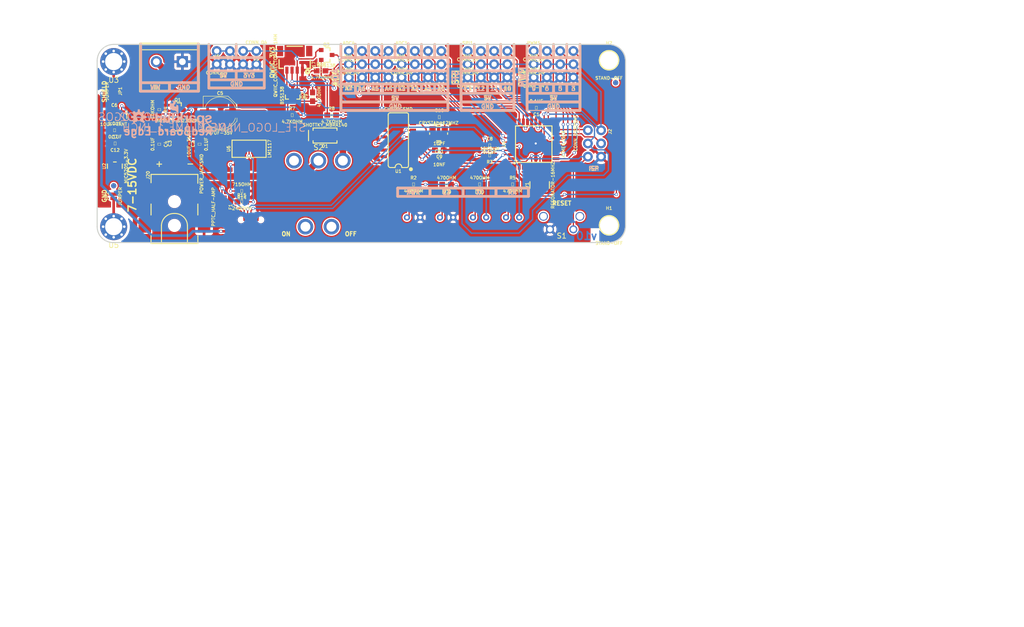
<source format=kicad_pcb>
(kicad_pcb (version 20221018) (generator pcbnew)
  (title_block (title "RedBoard Edge") (comment 1 "https://creativecommons.org/licenses/by-sa/4.0/") (comment 2 "Released under the Creative Commons Attribution Share-Alike 4.0 License"))
  (layers (0 "F.Cu" signal) (31 "B.Cu" signal) (34 "B.Paste" user) (35 "F.Paste" user) (36 "B.SilkS" user "B.Silkscreen") (37 "F.SilkS" user "F.Silkscreen") (38 "B.Mask" user) (39 "F.Mask" user) (44 "Edge.Cuts" user))
  (net 0 "")
  (net 1 "/AREF")
  (net 2 "GND")
  (net 3 "5V")
  (net 4 "VIN")
  (net 5 "3.3V")
  (net 6 "/DTR")
  (net 7 "/RESET")
  (net 8 "Net-(C10-Pad1)")
  (net 9 "Net-(C11-Pad1)")
  (net 10 "Net-(D1-PadA)")
  (net 11 "/RXI")
  (net 12 "Net-(D2-Pad2)")
  (net 13 "/TXO")
  (net 14 "Net-(D3-Pad2)")
  (net 15 "Net-(J4-PadD+)")
  (net 16 "Net-(J4-PadD-)")
  (net 17 "/USBVCC")
  (net 18 "/SCK")
  (net 19 "Net-(U1-Pad10)")
  (net 20 "Net-(U1-Pad11)")
  (net 21 "Net-(U1-Pad12)")
  (net 22 "Net-(U1-Pad14)")
  (net 23 "Net-(U1-Pad15)")
  (net 24 "Net-(U2-Pad4)")
  (net 25 "/IO4")
  (net 26 "Net-(U4-Pad7)")
  (net 27 "Net-(U4-Pad8)")
  (net 28 "/IO7")
  (net 29 "/IO8")
  (net 30 "/SS")
  (net 31 "/MOSI")
  (net 32 "/MISO")
  (net 33 "/AD0")
  (net 34 "/AD1")
  (net 35 "/AD2")
  (net 36 "/AD3")
  (net 37 "/IO2")
  (net 38 "/AD7")
  (net 39 "/AD6")
  (net 40 "/PWM9")
  (net 41 "/PWM6")
  (net 42 "/PWM5")
  (net 43 "/PWM3")
  (net 44 "/SDA")
  (net 45 "/SCL")
  (net 46 "/HI_SCL")
  (net 47 "/HI_SDA")
  (net 48 "Net-(D4-Pad2)")
  (net 49 "Net-(D5-Pad2)")
  (net 50 "/usb_shield")
  (net 51 "Net-(JP1-Pad1)")
  (net 52 "Net-(J4-PadID)")
  (net 53 "Net-(J20-PadVIN0)")
  (net 54 "Net-(R14-Pad2)")
  (net 55 "Net-(F1-Pad2)")
  (net 56 "Net-(JP2-Pad1)")
  (net 57 "Net-(C9-Pad2)")
  (net 58 "Net-(S2-Pad1)")
  (footprint "Connectors:USB-B-MICRO-SMD" (layer "F.Cu") (at 130.5433 115.189 90)
    (fp_text reference "J4")
    (fp_text value "USB_MICRO-B")
  )
  (footprint "Connectors:SCREWTERMINAL-5MM-2" (layer "F.Cu") (at 117.348 82.5754 180)
    (fp_text reference "J1")
    (fp_text value "CONN_025MM")
  )
  (footprint "Connectors:2X3-NS" (layer "F.Cu") (at 196.596 98.298 -90)
    (fp_text reference "J2")
    (fp_text value "CONN_03X2SMT")
  )
  (footprint "Capacitors:0603" (layer "F.Cu") (at 185.42 91.44 180)
    (fp_text reference "C1")
    (fp_text value "0.1UF")
  )
  (footprint "Capacitors:0603" (layer "F.Cu") (at 120.65 98.425 90)
    (fp_text reference "C2")
    (fp_text value "0.1UF")
  )
  (footprint "Capacitors:EIA3216" (layer "F.Cu") (at 116.713 98.29546 90)
    (fp_text reference "C3")
    (fp_text value "10UF-TANT")
  )
  (footprint "Capacitors:0603" (layer "F.Cu") (at 112.903 98.425 -90)
    (fp_text reference "C4")
    (fp_text value "0.1UF")
  )
  (footprint "Capacitors:EIA3216" (layer "F.Cu") (at 104.26446 92.71)
    (fp_text reference "C6")
    (fp_text value "10UF-TANT")
  )
  (footprint "Capacitors:0603" (layer "F.Cu") (at 104.30764 95.758 180)
    (fp_text reference "C7")
    (fp_text value "1.0UF")
  )
  (footprint "Capacitors:0603" (layer "F.Cu") (at 176.44364 98.679)
    (fp_text reference "C8")
    (fp_text value "0.1UF")
  )
  (footprint "Capacitors:0603" (layer "F.Cu") (at 166.751 99.568 180)
    (fp_text reference "C9")
    (fp_text value "10PF")
  )
  (footprint "Capacitors:0603" (layer "F.Cu") (at 166.751 93.218)
    (fp_text reference "C10")
    (fp_text value "10PF")
  )
  (footprint "Capacitors:0603" (layer "F.Cu") (at 166.751 101.092)
    (fp_text reference "C11")
    (fp_text value "10NF")
  )
  (footprint "Capacitors:0603" (layer "F.Cu") (at 104.406 98.298 180)
    (fp_text reference "C12")
    (fp_text value "0.1UF")
  )
  (footprint "Silicon-Standard:SMA-DIODE" (layer "F.Cu") (at 144.78 96.774 180)
    (fp_text reference "D1")
    (fp_text value "SHOTTKY_MBRA140")
  )
  (footprint "LED:LED_550_T1-.75_RT_ANG_PCB" (layer "F.Cu") (at 180.848 112.522)
    (fp_text reference "D2")
    (fp_text value "LED-YELLOW")
  )
  (footprint "LED:LED_550_T1-.75_RT_ANG_PCB" (layer "F.Cu") (at 174.498 112.522)
    (fp_text reference "D3")
    (fp_text value "LED-GREEN")
  )
  (footprint "LED:LED_550_T1-.75_RT_ANG_PCB" (layer "F.Cu") (at 161.798 112.522)
    (fp_text reference "D4")
    (fp_text value "LED-RED")
  )
  (footprint "LED:LED_550_T1-.75_RT_ANG_PCB" (layer "F.Cu") (at 168.148 112.522)
    (fp_text reference "D5")
    (fp_text value "LED-BLUE")
  )
  (footprint "Fuses:1206" (layer "F.Cu") (at 124.968 110.49 -90)
    (fp_text reference "F1")
    (fp_text value "PPTC_HALF-AMP")
  )
  (footprint "Jumpers:SMT-JUMPER_2_NO_NO-SILK" (layer "F.Cu") (at 104.14 88.2396 -90)
    (fp_text reference "JP1")
    (fp_text value "JUMPER")
  )
  (footprint "Jumpers:SMT-JUMPER_2_NO_NO-SILK" (layer "F.Cu") (at 104.14 108.458 90)
    (fp_text reference "JP2")
    (fp_text value "JUMPER")
  )
  (footprint "Silicon-Standard:SOT23-3" (layer "F.Cu") (at 116.44122 91.88196 -90)
    (fp_text reference "Q1")
    (fp_text value "MOSFET-SI2309DS")
  )
  (footprint "Silicon-Standard:SOT23-3" (layer "F.Cu") (at 138.557 89.07272 180)
    (fp_text reference "Q2")
    (fp_text value "BSS138")
  )
  (footprint "Resistors:0603" (layer "F.Cu") (at 168.148 106.172 180)
    (fp_text reference "R1")
    (fp_text value "470OHM")
  )
  (footprint "Resistors:0603" (layer "F.Cu") (at 161.798 106.172)
    (fp_text reference "R2")
    (fp_text value "470OHM")
  )
  (footprint "Resistors:0603" (layer "F.Cu") (at 176.44364 100.584 180)
    (fp_text reference "R3")
    (fp_text value "10KOHM")
  )
  (footprint "Resistors:0603" (layer "F.Cu") (at 112.903 91.78036 -90)
    (fp_text reference "R4")
    (fp_text value "10KOHM")
  )
  (footprint "Resistors:0603" (layer "F.Cu") (at 180.848 106.172)
    (fp_text reference "R5")
    (fp_text value "470OHM")
  )
  (footprint "Resistors:0603" (layer "F.Cu") (at 174.498 106.172 180)
    (fp_text reference "R6")
    (fp_text value "470OHM")
  )
  (footprint "Resistors:0603" (layer "F.Cu") (at 138.4554 92.837)
    (fp_text reference "R7")
    (fp_text value "4.7KOHM")
  )
  (footprint "Resistors:0603" (layer "F.Cu") (at 142.3924 89.32164 90)
    (fp_text reference "R9")
    (fp_text value "4.7KOHM")
  )
  (footprint "Resistors:0603" (layer "F.Cu") (at 128.778 107.442 180)
    (fp_text reference "R14")
    (fp_text value "715OHM")
  )
  (footprint "Resistors:0603" (layer "F.Cu") (at 128.778 109.5248)
    (fp_text reference "R15")
    (fp_text value "240OHM")
  )
  (footprint "Silicon-Standard:SO16" (layer "F.Cu") (at 158.877 97.663 90)
    (fp_text reference "U1")
    (fp_text value "CH340GSMD")
  )
  (footprint "Silicon-Standard:SOT23-5" (layer "F.Cu") (at 104.3686 102.6668)
    (fp_text reference "U2")
    (fp_text value "MIC5205-3.3V")
  )
  (footprint "Hardware:STANDOFF_GROUNDING" (layer "F.Cu") (at 104.14 82.55)
    (fp_text reference "U3")
    (fp_text value "Standoff_Grounding")
  )
  (footprint "Silicon-Standard:TQFP32-08" (layer "F.Cu") (at 184.912 98.425 90)
    (fp_text reference "U4")
    (fp_text value "ATMEGA328")
  )
  (footprint "Connectors:1X04_NO_SILK" (layer "F.Cu") (at 159.512 83.058)
    (fp_text reference "5V1")
    (fp_text value "CONN_04")
  )
  (footprint "Connectors:1X04_NO_SILK" (layer "F.Cu") (at 184.912 83.058)
    (fp_text reference "5V2")
    (fp_text value "CONN_04")
  )
  (footprint "Connectors:1X04_NO_SILK" (layer "F.Cu") (at 172.212 83.058)
    (fp_text reference "5V3")
    (fp_text value "CONN_04")
  )
  (footprint "Connectors:1X04_NO_SILK" (layer "F.Cu") (at 149.352 83.058)
    (fp_text reference "5V4")
    (fp_text value "CONN_04")
  )
  (footprint "Connectors:1X04_NO_SILK" (layer "F.Cu") (at 159.512 80.518)
    (fp_text reference "ADC1")
    (fp_text value "CONN_04")
  )
  (footprint "Connectors:1X04_NO_SILK" (layer "F.Cu") (at 149.352 80.518)
    (fp_text reference "ADC4")
    (fp_text value "CONN_04")
  )
  (footprint "Connectors:1X04_NO_SILK" (layer "F.Cu") (at 159.512 85.598)
    (fp_text reference "GND1")
    (fp_text value "CONN_04")
  )
  (footprint "Connectors:1X04_NO_SILK" (layer "F.Cu") (at 184.912 85.598)
    (fp_text reference "GND2")
    (fp_text value "CONN_04")
  )
  (footprint "Connectors:1X04_NO_SILK" (layer "F.Cu") (at 172.212 85.598)
    (fp_text reference "GND3")
    (fp_text value "CONN_04")
  )
  (footprint "Connectors:1X04_NO_SILK" (layer "F.Cu") (at 149.352 85.598)
    (fp_text reference "GND4")
    (fp_text value "CONN_04")
  )
  (footprint "Hardware:STANDOFF_GROUNDING" (layer "F.Cu") (at 104.14 114.3)
    (fp_text reference "U5")
    (fp_text value "Standoff_Grounding")
  )
  (footprint "Clocks:RESONATOR-SMD-3.2X1.3" (layer "F.Cu") (at 186.055 106.299)
    (fp_text reference "Y1")
    (fp_text value "RESONATOR-16MHZ")
  )
  (footprint "Silicon-Standard:SOT223" (layer "F.Cu") (at 130.175 99.315)
    (fp_text reference "U6")
    (fp_text value "LM1117")
  )
  (footprint "Connectors:POWER_JACK_SMD_GND" (layer "F.Cu") (at 115.824 114.046 90)
    (fp_text reference "J20")
    (fp_text value "POWER_JACKSMD")
  )
  (footprint "Switches:SWITCH TACTILE SPST-NO 0.05A 12V" (layer "F.Cu") (at 190.282 112.308)
    (fp_text reference "S1")
    (fp_text value "MOMENTARY-SWITCH")
  )
  (footprint "Silicon-Standard:SOT23-3" (layer "F.Cu") (at 145.034 81.28 -90)
    (fp_text reference "Q3")
    (fp_text value "BSS138")
  )
  (footprint "Resistors:0603" (layer "F.Cu") (at 146.05 92.837)
    (fp_text reference "R8")
    (fp_text value "4.7KOHM")
  )
  (footprint "Resistors:0603" (layer "F.Cu") (at 144.018 84.328)
    (fp_text reference "R10")
    (fp_text value "4.7KOHM")
  )
  (footprint "Capacitors:PANASONIC_D" (layer "F.Cu") (at 124.60224 92.456)
    (fp_text reference "C5")
    (fp_text value "47UF-35V")
  )
  (footprint "Aesthetics:FIDUCIAL-1X2" (layer "F.Cu") (at 200.66 86.614)
    (fp_text reference "FD2" hide)
    (fp_text value "FIDUCIAL1X2" hide)
  )
  (footprint "Aesthetics:FIDUCIAL-1X2" (layer "F.Cu") (at 104.14 106.426)
    (fp_text reference "FD3" hide)
    (fp_text value "FIDUCIAL1X2" hide)
  )
  (footprint "Hardware:STAND-OFF" (layer "F.Cu") (at 199.39 114.046)
    (fp_text reference "H1")
    (fp_text value "STAND-OFF")
  )
  (footprint "Hardware:STAND-OFF" (layer "F.Cu") (at 199.39 82.296)
    (fp_text reference "H2")
    (fp_text value "STAND-OFF")
  )
  (footprint "Connectors:1X04_NO_SILK" (layer "F.Cu") (at 131.572 80.518 180)
    (fp_text reference "J5")
    (fp_text value "CONN_04")
  )
  (footprint "Connectors:1X04_NO_SILK" (layer "F.Cu") (at 123.952 83.058)
    (fp_text reference "J6")
    (fp_text value "CONN_04")
  )
  (footprint "Connectors:1X04_1MM_RA" (layer "F.Cu") (at 138.938 84.201 180)
    (fp_text reference "J17")
    (fp_text value "QWIIC_CONNECTORJS-1MM")
  )
  (footprint "Connectors:1X04_NO_SILK" (layer "F.Cu") (at 184.912 80.518)
    (fp_text reference "PWM1")
    (fp_text value "CONN_04")
  )
  (footprint "Connectors:1X04_NO_SILK" (layer "F.Cu") (at 172.212 80.518)
    (fp_text reference "SPI1")
    (fp_text value "CONN_04")
  )
  (footprint "Switches:TOGGLE_SWITCH-102-C3" (layer "F.Cu") (at 143.51 100.33)
    (fp_text reference "S2")
    (fp_text value "SWITCH_TOGGLE")
  )
  (footprint "Clocks:CRYSTAL-SMD-3.2X2.5MM" (layer "F.Cu") (at 166.624 96.393 180)
    (fp_text reference "Y2")
    (fp_text value "CRYSTAL-12MHZ")
  )
  (footprint "Aesthetics:FIDUCIAL-1X2" (layer "B.Cu") (at 200.66 86.614)
    (fp_text reference "FD1" hide)
    (fp_text value "FIDUCIAL1X2" hide)
  )
  (footprint "Aesthetics:FIDUCIAL-1X2" (layer "B.Cu") (at 104.14 106.426)
    (fp_text reference "FD4" hide)
    (fp_text value "FIDUCIAL1X2" hide)
  )
  (footprint "Aesthetics:SFE_LOGO_NAME_FLAME_.1" (layer "B.Cu") (at 123.444 95.25 180)
    (fp_text reference "LOGO1")
    (fp_text value "SFE_LOGO_NAME_FLAME.1_INCH")
  )
  (footprint "Aesthetics:OSHW-LOGO-S" (layer "B.Cu") (at 108.966 93.218 180)
    (fp_text reference "LOGO2")
    (fp_text value "OSHW-LOGOS")
  )
  (gr_line (start 153.162 88.5825) (end 153.162 86.995) (stroke (width 0.508)) (layer "B.SilkS"))
  (gr_line (start 150.622 88.5825) (end 150.622 86.995) (stroke (width 0.508)) (layer "B.SilkS"))
  (gr_line (start 153.162 79.248) (end 153.162 81.5975) (stroke (width 0.508)) (layer "B.SilkS"))
  (gr_line (start 150.622 79.248) (end 150.622 81.5975) (stroke (width 0.508)) (layer "B.SilkS"))
  (gr_line (start 171.323 106.934) (end 171.323 108.3945) (stroke (width 0.2)) (layer "B.SilkS"))
  (gr_line (start 193.802 81.788) (end 183.642 81.788) (stroke (width 0.2)) (layer "B.SilkS"))
  (gr_line (start 178.562 86.9315) (end 178.562 88.5825) (stroke (width 0.2)) (layer "B.SilkS"))
  (gr_line (start 114.8715 88.265) (end 114.8715 86.6775) (stroke (width 0.508)) (layer "B.SilkS"))
  (gr_line (start 173.482 79.248) (end 173.482 81.788) (stroke (width 0.2)) (layer "B.SilkS"))
  (gr_line (start 133.096 87.63) (end 133.096 79.248) (stroke (width 0.2)) (layer "B.SilkS"))
  (gr_line (start 170.942 90.297) (end 181.0385 90.297) (stroke (width 0.508)) (layer "B.SilkS"))
  (gr_line (start 176.022 86.9315) (end 176.022 88.5825) (stroke (width 0.2)) (layer "B.SilkS"))
  (gr_line (start 183.896 108.458) (end 183.896 106.8705) (stroke (width 0.2)) (layer "B.SilkS"))
  (gr_line (start 170.942 81.788) (end 180.975 81.788) (stroke (width 0.508)) (layer "B.SilkS"))
  (gr_line (start 186.182 86.9315) (end 186.182 88.519) (stroke (width 0.508)) (layer "B.SilkS"))
  (gr_line (start 153.162 91.948) (end 168.402 91.948) (stroke (width 0.2)) (layer "B.SilkS"))
  (gr_line (start 127.762 84.328) (end 127.762 85.979) (stroke (width 0.2)) (layer "B.SilkS"))
  (gr_line (start 109.347 88.265) (end 109.347 86.614) (stroke (width 0.2)) (layer "B.SilkS"))
  (gr_line (start 163.322 81.788) (end 163.322 79.248) (stroke (width 0.2)) (layer "B.SilkS"))
  (gr_line (start 133.096 84.328) (end 122.428 84.328) (stroke (width 0.2)) (layer "B.SilkS"))
  (gr_line (start 181.0385 88.646) (end 171.069 88.646) (stroke (width 0.508)) (layer "B.SilkS"))
  (gr_line (start 158.75 106.934) (end 158.75 108.3945) (stroke (width 0.2)) (layer "B.SilkS"))
  (gr_line (start 181.102 79.248) (end 181.102 91.948) (stroke (width 0.508)) (layer "B.SilkS"))
  (gr_line (start 158.242 79.248) (end 158.242 81.7245) (stroke (width 0.2)) (layer "B.SilkS"))
  (gr_line (start 158.242 86.9315) (end 158.242 88.519) (stroke (width 0.508)) (layer "B.SilkS"))
  (gr_line (start 109.347 86.614) (end 120.396 86.614) (stroke (width 0.2)) (layer "B.SilkS"))
  (gr_line (start 109.347 86.614) (end 120.396 86.614) (stroke (width 0.508)) (layer "B.SilkS"))
  (gr_line (start 178.562 79.248) (end 178.562 81.7245) (stroke (width 0.508)) (layer "B.SilkS"))
  (gr_line (start 183.896 108.458) (end 183.896 106.8705) (stroke (width 0.508)) (layer "B.SilkS"))
  (gr_line (start 177.673 108.3945) (end 177.673 106.9975) (stroke (width 0.508)) (layer "B.SilkS"))
  (gr_line (start 160.782 88.5825) (end 160.782 87.0585) (stroke (width 0.508)) (layer "B.SilkS"))
  (gr_line (start 160.782 79.248) (end 160.782 81.7245) (stroke (width 0.2)) (layer "B.SilkS"))
  (gr_line (start 171.0055 90.297) (end 181.0385 90.297) (stroke (width 0.2)) (layer "B.SilkS"))
  (gr_line (start 160.782 86.868) (end 160.782 88.646) (stroke (width 0.2)) (layer "B.SilkS"))
  (gr_line (start 191.262 79.248) (end 191.262 81.788) (stroke (width 0.2)) (layer "B.SilkS"))
  (gr_line (start 120.396 88.265) (end 109.347 88.265) (stroke (width 0.508)) (layer "B.SilkS"))
  (gr_line (start 193.675 90.297) (end 183.7055 90.297) (stroke (width 0.508)) (layer "B.SilkS"))
  (gr_line (start 181.102 91.948) (end 181.102 79.248) (stroke (width 0.2)) (layer "B.SilkS"))
  (gr_line (start 186.182 79.248) (end 186.182 81.788) (stroke (width 0.508)) (layer "B.SilkS"))
  (gr_line (start 122.428 87.63) (end 133.096 87.63) (stroke (width 0.2)) (layer "B.SilkS"))
  (gr_line (start 155.702 79.3115) (end 155.702 81.661) (stroke (width 0.508)) (layer "B.SilkS"))
  (gr_line (start 127.6985 84.3915) (end 127.6985 85.9155) (stroke (width 0.508)) (layer "B.SilkS"))
  (gr_line (start 193.675 81.788) (end 183.769 81.788) (stroke (width 0.508)) (layer "B.SilkS"))
  (gr_line (start 147.828 91.948) (end 147.828 79.248) (stroke (width 0.508)) (layer "B.SilkS"))
  (gr_line (start 193.802 79.248) (end 193.802 91.948) (stroke (width 0.2)) (layer "B.SilkS"))
  (gr_line (start 191.262 86.9315) (end 191.262 88.519) (stroke (width 0.2)) (layer "B.SilkS"))
  (gr_line (start 122.555 81.788) (end 132.9055 81.788) (stroke (width 0.508)) (layer "B.SilkS"))
  (gr_line (start 170.942 86.868) (end 180.975 86.868) (stroke (width 0.508)) (layer "B.SilkS"))
  (gr_line (start 158.75 108.458) (end 183.896 108.458) (stroke (width 0.508)) (layer "B.SilkS"))
  (gr_line (start 147.828 86.868) (end 168.275 86.868) (stroke (width 0.508)) (layer "B.SilkS"))
  (gr_line (start 168.402 91.948) (end 168.402 79.248) (stroke (width 0.2)) (layer "B.SilkS"))
  (gr_line (start 164.973 108.3945) (end 164.973 106.9975) (stroke (width 0.508)) (layer "B.SilkS"))
  (gr_line (start 193.802 91.948) (end 187.198 91.948) (stroke (width 0.508)) (layer "B.SilkS"))
  (gr_line (start 155.702 86.868) (end 155.702 88.646) (stroke (width 0.2)) (layer "B.SilkS"))
  (gr_line (start 165.862 79.248) (end 165.862 81.788) (stroke (width 0.2)) (layer "B.SilkS"))
  (gr_line (start 158.242 88.646) (end 158.242 86.9315) (stroke (width 0.2)) (layer "B.SilkS"))
  (gr_line (start 120.396 88.265) (end 109.347 88.265) (stroke (width 0.2)) (layer "B.SilkS"))
  (gr_line (start 163.322 86.9315) (end 163.322 88.519) (stroke (width 0.508)) (layer "B.SilkS"))
  (gr_line (start 165.862 79.248) (end 165.862 81.7245) (stroke (width 0.508)) (layer "B.SilkS"))
  (gr_line (start 168.402 79.248) (end 168.402 91.948) (stroke (width 0.508)) (layer "B.SilkS"))
  (gr_line (start 188.722 79.248) (end 188.722 81.7245) (stroke (width 0.2)) (layer "B.SilkS"))
  (gr_line (start 173.482 79.248) (end 173.482 81.661) (stroke (width 0.508)) (layer "B.SilkS"))
  (gr_line (start 163.322 79.248) (end 163.322 81.661) (stroke (width 0.508)) (layer "B.SilkS"))
  (gr_line (start 181.102 81.788) (end 170.942 81.788) (stroke (width 0.2)) (layer "B.SilkS"))
  (gr_line (start 158.75 106.8705) (end 158.75 108.458) (stroke (width 0.508)) (layer "B.SilkS"))
  (gr_line (start 181.102 86.868) (end 170.942 86.868) (stroke (width 0.2)) (layer "B.SilkS"))
  (gr_line (start 163.322 88.5825) (end 163.322 86.9315) (stroke (width 0.2)) (layer "B.SilkS"))
  (gr_line (start 173.482 86.9315) (end 173.482 88.5825) (stroke (width 0.2)) (layer "B.SilkS"))
  (gr_line (start 122.428 79.248) (end 122.428 87.63) (stroke (width 0.508)) (layer "B.SilkS"))
  (gr_line (start 188.722 86.868) (end 188.722 88.646) (stroke (width 0.508)) (layer "B.SilkS"))
  (gr_line (start 191.262 86.9315) (end 191.262 88.519) (stroke (width 0.508)) (layer "B.SilkS"))
  (gr_line (start 170.942 84.328) (end 181.102 84.328) (stroke (width 0.2)) (layer "B.SilkS"))
  (gr_line (start 183.896 106.8705) (end 158.75 106.8705) (stroke (width 0.508)) (layer "B.SilkS"))
  (gr_line (start 147.828 79.248) (end 147.828 91.948) (stroke (width 0.2)) (layer "B.SilkS"))
  (gr_line (start 181.102 91.948) (end 170.942 91.948) (stroke (width 0.508)) (layer "B.SilkS"))
  (gr_line (start 193.802 91.948) (end 183.642 91.948) (stroke (width 0.2)) (layer "B.SilkS"))
  (gr_line (start 193.7385 86.868) (end 183.642 86.868) (stroke (width 0.2)) (layer "B.SilkS"))
  (gr_line (start 168.402 81.788) (end 153.162 81.788) (stroke (width 0.2)) (layer "B.SilkS"))
  (gr_line (start 170.942 91.948) (end 170.942 79.248) (stroke (width 0.508)) (layer "B.SilkS"))
  (gr_line (start 133.096 87.63) (end 133.096 79.3115) (stroke (width 0.508)) (layer "B.SilkS"))
  (gr_line (start 183.769 84.328) (end 193.6115 84.328) (stroke (width 0.508)) (layer "B.SilkS"))
  (gr_line (start 186.182 86.9315) (end 186.182 88.646) (stroke (width 0.2)) (layer "B.SilkS"))
  (gr_line (start 114.8715 86.614) (end 114.8715 88.265) (stroke (width 0.2)) (layer "B.SilkS"))
  (gr_line (start 147.828 90.297) (end 168.275 90.297) (stroke (width 0.508)) (layer "B.SilkS"))
  (gr_line (start 122.428 87.63) (end 133.096 87.63) (stroke (width 0.508)) (layer "B.SilkS"))
  (gr_line (start 176.022 79.248) (end 176.022 81.661) (stroke (width 0.508)) (layer "B.SilkS"))
  (gr_line (start 168.402 91.948) (end 147.828 91.948) (stroke (width 0.508)) (layer "B.SilkS"))
  (gr_line (start 193.802 86.868) (end 183.769 86.868) (stroke (width 0.508)) (layer "B.SilkS"))
  (gr_line (start 122.428 85.979) (end 133.096 85.979) (stroke (width 0.2)) (layer "B.SilkS"))
  (gr_line (start 165.862 86.9315) (end 165.862 88.5825) (stroke (width 0.2)) (layer "B.SilkS"))
  (gr_line (start 168.275 84.328) (end 147.828 84.328) (stroke (width 0.508)) (layer "B.SilkS"))
  (gr_line (start 122.428 79.248) (end 122.428 87.63) (stroke (width 0.2)) (layer "B.SilkS"))
  (gr_line (start 191.262 79.248) (end 191.262 81.7245) (stroke (width 0.508)) (layer "B.SilkS"))
  (gr_line (start 158.75 108.458) (end 183.896 108.458) (stroke (width 0.2)) (layer "B.SilkS"))
  (gr_line (start 120.396 86.6775) (end 120.396 79.1845) (stroke (width 0.508)) (layer "B.SilkS"))
  (gr_line (start 171.323 108.3945) (end 171.323 106.934) (stroke (width 0.508)) (layer "B.SilkS"))
  (gr_line (start 158.242 79.248) (end 158.242 81.788) (stroke (width 0.508)) (layer "B.SilkS"))
  (gr_line (start 170.942 91.948) (end 181.102 91.948) (stroke (width 0.2)) (layer "B.SilkS"))
  (gr_line (start 109.347 88.265) (end 109.347 86.614) (stroke (width 0.508)) (layer "B.SilkS"))
  (gr_line (start 170.942 88.646) (end 181.0385 88.646) (stroke (width 0.2)) (layer "B.SilkS"))
  (gr_line (start 178.562 79.248) (end 178.562 81.788) (stroke (width 0.2)) (layer "B.SilkS"))
  (gr_line (start 183.642 91.948) (end 183.642 79.248) (stroke (width 0.2)) (layer "B.SilkS"))
  (gr_line (start 181.0385 84.328) (end 171.069 84.328) (stroke (width 0.508)) (layer "B.SilkS"))
  (gr_line (start 183.896 106.8705) (end 158.75 106.8705) (stroke (width 0.2)) (layer "B.SilkS"))
  (gr_line (start 188.722 86.868) (end 188.722 88.646) (stroke (width 0.2)) (layer "B.SilkS"))
  (gr_line (start 176.022 79.248) (end 176.022 81.788) (stroke (width 0.2)) (layer "B.SilkS"))
  (gr_line (start 170.942 79.248) (end 170.942 91.948) (stroke (width 0.2)) (layer "B.SilkS"))
  (gr_line (start 183.642 84.328) (end 193.7385 84.328) (stroke (width 0.2)) (layer "B.SilkS"))
  (gr_line (start 120.396 86.614) (end 120.396 88.265) (stroke (width 0.2)) (layer "B.SilkS"))
  (gr_line (start 173.482 86.995) (end 173.482 88.519) (stroke (width 0.508)) (layer "B.SilkS"))
  (gr_line (start 183.642 91.948) (end 183.642 79.248) (stroke (width 0.508)) (layer "B.SilkS"))
  (gr_line (start 176.022 86.995) (end 176.022 88.4555) (stroke (width 0.508)) (layer "B.SilkS"))
  (gr_line (start 168.3385 88.646) (end 147.828 88.646) (stroke (width 0.508)) (layer "B.SilkS"))
  (gr_line (start 177.673 106.8705) (end 177.673 108.458) (stroke (width 0.2)) (layer "B.SilkS"))
  (gr_line (start 183.642 88.646) (end 193.802 88.646) (stroke (width 0.2)) (layer "B.SilkS"))
  (gr_line (start 193.802 90.297) (end 183.7055 90.297) (stroke (width 0.2)) (layer "B.SilkS"))
  (gr_line (start 193.675 95.1865) (end 193.675 96.3295) (stroke (width 0.2)) (layer "B.SilkS"))
  (gr_line (start 178.562 86.995) (end 178.562 88.5825) (stroke (width 0.508)) (layer "B.SilkS"))
  (gr_line (start 127.762 79.248) (end 127.762 81.788) (stroke (width 0.2)) (layer "B.SilkS"))
  (gr_line (start 158.75 108.3945) (end 158.75 108.458) (stroke (width 0.2)) (layer "B.SilkS"))
  (gr_line (start 155.702 81.788) (end 155.702 79.248) (stroke (width 0.2)) (layer "B.SilkS"))
  (gr_line (start 132.969 84.328) (end 122.6185 84.328) (stroke (width 0.508)) (layer "B.SilkS"))
  (gr_line (start 120.396 86.614) (end 120.396 88.265) (stroke (width 0.508)) (layer "B.SilkS"))
  (gr_line (start 109.347 86.6775) (end 109.347 79.1845) (stroke (width 0.508)) (layer "B.SilkS"))
  (gr_line (start 122.555 86.0425) (end 132.969 86.0425) (stroke (width 0.508)) (layer "B.SilkS"))
  (gr_line (start 165.862 86.9315) (end 165.862 88.5825) (stroke (width 0.508)) (layer "B.SilkS"))
  (gr_line (start 168.402 86.868) (end 147.828 86.868) (stroke (width 0.2)) (layer "B.SilkS"))
  (gr_line (start 155.702 88.646) (end 155.702 87.0585) (stroke (width 0.508)) (layer "B.SilkS"))
  (gr_line (start 122.428 81.788) (end 133.096 81.788) (stroke (width 0.2)) (layer "B.SilkS"))
  (gr_line (start 127.6985 79.248) (end 127.6985 81.788) (stroke (width 0.508)) (layer "B.SilkS"))
  (gr_line (start 193.802 79.248) (end 193.802 91.948) (stroke (width 0.508)) (layer "B.SilkS"))
  (gr_line (start 153.162 88.646) (end 168.402 88.646) (stroke (width 0.2)) (layer "B.SilkS"))
  (gr_line (start 153.162 84.328) (end 168.402 84.328) (stroke (width 0.2)) (layer "B.SilkS"))
  (gr_line (start 160.782 79.121) (end 160.782 81.661) (stroke (width 0.508)) (layer "B.SilkS"))
  (gr_line (start 188.722 79.248) (end 188.722 81.7245) (stroke (width 0.508)) (layer "B.SilkS"))
  (gr_line (start 164.973 106.8705) (end 164.973 108.458) (stroke (width 0.2)) (layer "B.SilkS"))
  (gr_line (start 147.828 81.788) (end 168.3385 81.788) (stroke (width 0.508)) (layer "B.SilkS"))
  (gr_line (start 186.182 79.248) (end 186.182 81.7245) (stroke (width 0.2)) (layer "B.SilkS"))
  (gr_line (start 183.642 88.646) (end 193.675 88.646) (stroke (width 0.508)) (layer "B.SilkS"))
  (gr_line (start 153.162 86.868) (end 168.402 86.868) (stroke (width 0.2)) (layer "F.SilkS"))
  (gr_line (start 153.162 88.646) (end 168.402 88.646) (stroke (width 0.2)) (layer "F.SilkS"))
  (gr_line (start 114.8715 86.614) (end 114.8715 88.265) (stroke (width 0.2)) (layer "F.SilkS"))
  (gr_line (start 153.162 86.9696) (end 153.162 88.4936) (stroke (width 0.508)) (layer "F.SilkS"))
  (gr_line (start 150.622 86.9696) (end 150.622 88.4936) (stroke (width 0.508)) (layer "F.SilkS"))
  (gr_line (start 153.162 79.248) (end 153.162 81.6356) (stroke (width 0.508)) (layer "F.SilkS"))
  (gr_line (start 150.622 79.248) (end 150.622 81.6356) (stroke (width 0.508)) (layer "F.SilkS"))
  (gr_line (start 183.642 81.788) (end 193.802 81.788) (stroke (width 0.2)) (layer "F.SilkS"))
  (gr_line (start 147.828 86.868) (end 168.3512 86.868) (stroke (width 0.508)) (layer "F.SilkS"))
  (gr_line (start 193.802 81.788) (end 193.802 79.248) (stroke (width 0.2)) (layer "F.SilkS"))
  (gr_line (start 153.162 84.328) (end 168.402 84.328) (stroke (width 0.2)) (layer "F.SilkS"))
  (gr_line (start 164.973 108.458) (end 164.973 106.8705) (stroke (width 0.2)) (layer "F.SilkS"))
  (gr_line (start 127.7112 86.0044) (end 127.7112 84.4296) (stroke (width 0.508)) (layer "F.SilkS"))
  (gr_line (start 120.4468 88.26246) (end 120.4468 86.61146) (stroke (width 0.2)) (layer "F.SilkS"))
  (gr_line (start 147.828 90.3224) (end 168.2496 90.3224) (stroke (width 0.508)) (layer "F.SilkS"))
  (gr_line (start 181.0004 90.3224) (end 171.0436 90.3224) (stroke (width 0.508)) (layer "F.SilkS"))
  (gr_line (start 120.4468 88.2396) (end 109.2708 88.2396) (stroke (width 0.508)) (layer "F.SilkS"))
  (gr_line (start 170.942 81.788) (end 181.0004 81.788) (stroke (width 0.508)) (layer "F.SilkS"))
  (gr_line (start 147.828 79.248) (end 147.828 91.948) (stroke (width 0.508)) (layer "F.SilkS"))
  (gr_line (start 158.242 81.788) (end 158.242 79.248) (stroke (width 0.2)) (layer "F.SilkS"))
  (gr_line (start 165.862 79.248) (end 165.862 81.788) (stroke (width 0.508)) (layer "F.SilkS"))
  (gr_line (start 165.862 86.868) (end 165.862 88.646) (stroke (width 0.2)) (layer "F.SilkS"))
  (gr_line (start 170.942 88.646) (end 170.942 91.948) (stroke (width 0.2)) (layer "F.SilkS"))
  (gr_line (start 188.722 79.248) (end 188.722 81.6864) (stroke (width 0.508)) (layer "F.SilkS"))
  (gr_line (start 193.802 91.948) (end 193.802 90.297) (stroke (width 0.2)) (layer "F.SilkS"))
  (gr_line (start 170.942 90.297) (end 181.102 90.297) (stroke (width 0.2)) (layer "F.SilkS"))
  (gr_line (start 133.096 87.63) (end 133.096 86.233) (stroke (width 0.2)) (layer "F.SilkS"))
  (gr_line (start 147.828 81.788) (end 168.402 81.788) (stroke (width 0.508)) (layer "F.SilkS"))
  (gr_line (start 188.722 79.248) (end 188.722 81.788) (stroke (width 0.2)) (layer "F.SilkS"))
  (gr_line (start 181.102 91.948) (end 170.942 91.948) (stroke (width 0.508)) (layer "F.SilkS"))
  (gr_line (start 153.162 91.948) (end 168.402 91.948) (stroke (width 0.2)) (layer "F.SilkS"))
  (gr_line (start 168.402 90.424) (end 168.402 88.646) (stroke (width 0.2)) (layer "F.SilkS"))
  (gr_line (start 170.9928 88.646) (end 181.0004 88.646) (stroke (width 0.508)) (layer "F.SilkS"))
  (gr_line (start 163.322 86.9696) (end 163.322 88.5444) (stroke (width 0.508)) (layer "F.SilkS"))
  (gr_line (start 187.198 91.948) (end 193.802 91.948) (stroke (width 0.508)) (layer "F.SilkS"))
  (gr_line (start 193.802 90.297) (end 193.802 88.519) (stroke (width 0.2)) (layer "F.SilkS"))
  (gr_line (start 158.75 106.8832) (end 183.896 106.8832) (stroke (width 0.508)) (layer "F.SilkS"))
  (gr_line (start 183.642 86.868) (end 183.642 81.788) (stroke (width 0.2)) (layer "F.SilkS"))
  (gr_line (start 173.482 79.248) (end 173.482 81.6356) (stroke (width 0.508)) (layer "F.SilkS"))
  (gr_line (start 183.642 90.297) (end 193.802 90.297) (stroke (width 0.2)) (layer "F.SilkS"))
  (gr_line (start 170.942 81.788) (end 181.102 81.788) (stroke (width 0.2)) (layer "F.SilkS"))
  (gr_line (start 122.428 86.233) (end 122.428 87.63) (stroke (width 0.2)) (layer "F.SilkS"))
  (gr_line (start 158.242 79.248) (end 158.242 81.534) (stroke (width 0.508)) (layer "F.SilkS"))
  (gr_line (start 170.942 91.948) (end 181.102 91.948) (stroke (width 0.2)) (layer "F.SilkS"))
  (gr_line (start 165.862 86.9188) (end 165.862 88.4936) (stroke (width 0.508)) (layer "F.SilkS"))
  (gr_line (start 122.428 87.63) (end 133.096 87.63) (stroke (width 0.2)) (layer "F.SilkS"))
  (gr_line (start 147.828 91.948) (end 168.402 91.948) (stroke (width 0.508)) (layer "F.SilkS"))
  (gr_line (start 120.4468 79.1464) (end 120.4468 88.2396) (stroke (width 0.508)) (layer "F.SilkS"))
  (gr_line (start 186.182 79.248) (end 186.182 81.6864) (stroke (width 0.508)) (layer "F.SilkS"))
  (gr_line (start 183.7436 86.868) (end 193.7004 86.868) (stroke (width 0.508)) (layer "F.SilkS"))
  (gr_line (start 193.7004 88.646) (end 183.7436 88.646) (stroke (width 0.508)) (layer "F.SilkS"))
  (gr_line (start 183.896 106.8705) (end 183.896 108.458) (stroke (width 0.2)) (layer "F.SilkS"))
  (gr_line (start 155.702 81.788) (end 155.702 79.248) (stroke (width 0.2)) (layer "F.SilkS"))
  (gr_line (start 193.802 91.948) (end 193.802 79.248) (stroke (width 0.508)) (layer "F.SilkS"))
  (gr_line (start 171.323 108.458) (end 171.323 106.8705) (stroke (width 0.2)) (layer "F.SilkS"))
  (gr_line (start 170.942 86.868) (end 170.942 88.646) (stroke (width 0.2)) (layer "F.SilkS"))
  (gr_line (start 188.722 86.868) (end 188.722 88.646) (stroke (width 0.2)) (layer "F.SilkS"))
  (gr_line (start 122.5296 86.0552) (end 133.0452 86.0552) (stroke (width 0.508)) (layer "F.SilkS"))
  (gr_line (start 183.896 108.458) (end 158.75 108.458) (stroke (width 0.508)) (layer "F.SilkS"))
  (gr_line (start 127.7112 81.788) (end 127.7112 79.248) (stroke (width 0.508)) (layer "F.SilkS"))
  (gr_line (start 170.942 86.868) (end 170.942 79.248) (stroke (width 0.2)) (layer "F.SilkS"))
  (gr_line (start 122.428 79.248) (end 122.428 87.63) (stroke (width 0.508)) (layer "F.SilkS"))
  (gr_line (start 158.75 106.8705) (end 158.75 108.3945) (stroke (width 0.2)) (layer "F.SilkS"))
  (gr_line (start 183.642 79.248) (end 183.642 81.788) (stroke (width 0.2)) (layer "F.SilkS"))
  (gr_line (start 168.402 91.948) (end 168.402 90.424) (stroke (width 0.2)) (layer "F.SilkS"))
  (gr_line (start 122.428 85.979) (end 133.096 85.979) (stroke (width 0.2)) (layer "F.SilkS"))
  (gr_line (start 160.782 86.868) (end 160.782 88.646) (stroke (width 0.2)) (layer "F.SilkS"))
  (gr_line (start 181.1655 106.8705) (end 183.896 106.8705) (stroke (width 0.2)) (layer "F.SilkS"))
  (gr_line (start 193.802 86.868) (end 183.769 86.868) (stroke (width 0.2)) (layer "F.SilkS"))
  (gr_line (start 170.942 88.646) (end 181.102 88.646) (stroke (width 0.2)) (layer "F.SilkS"))
  (gr_line (start 193.802 88.646) (end 193.802 86.868) (stroke (width 0.2)) (layer "F.SilkS"))
  (gr_line (start 188.722 86.9188) (end 188.722 88.5444) (stroke (width 0.508)) (layer "F.SilkS"))
  (gr_line (start 181.102 79.248) (end 181.102 91.948) (stroke (width 0.508)) (layer "F.SilkS"))
  (gr_line (start 170.9928 86.868) (end 180.9496 86.868) (stroke (width 0.508)) (layer "F.SilkS"))
  (gr_line (start 165.862 81.788) (end 165.862 79.248) (stroke (width 0.2)) (layer "F.SilkS"))
  (gr_line (start 177.6476 106.9848) (end 177.6476 108.3564) (stroke (width 0.508)) (layer "F.SilkS"))
  (gr_line (start 173.482 86.868) (end 173.482 88.646) (stroke (width 0.2)) (layer "F.SilkS"))
  (gr_line (start 109.2835 88.265) (end 120.396 88.265) (stroke (width 0.2)) (layer "F.SilkS"))
  (gr_line (start 186.182 86.9696) (end 186.182 88.4936) (stroke (width 0.508)) (layer "F.SilkS"))
  (gr_line (start 158.242 87.0204) (end 158.242 88.5444) (stroke (width 0.508)) (layer "F.SilkS"))
  (gr_line (start 163.322 79.248) (end 163.322 81.6356) (stroke (width 0.508)) (layer "F.SilkS"))
  (gr_line (start 176.022 86.9188) (end 176.022 88.4936) (stroke (width 0.508)) (layer "F.SilkS"))
  (gr_line (start 170.942 91.948) (end 170.942 79.248) (stroke (width 0.508)) (layer "F.SilkS"))
  (gr_line (start 178.562 79.248) (end 178.562 81.788) (stroke (width 0.2)) (layer "F.SilkS"))
  (gr_line (start 155.702 79.248) (end 155.702 81.6356) (stroke (width 0.508)) (layer "F.SilkS"))
  (gr_line (start 168.402 79.248) (end 168.402 88.519) (stroke (width 0.2)) (layer "F.SilkS"))
  (gr_line (start 168.402 91.948) (end 168.402 79.248) (stroke (width 0.508)) (layer "F.SilkS"))
  (gr_line (start 122.428 87.63) (end 133.096 87.63) (stroke (width 0.508)) (layer "F.SilkS"))
  (gr_line (start 127.762 81.788) (end 127.762 79.248) (stroke (width 0.2)) (layer "F.SilkS"))
  (gr_line (start 133.096 87.63) (end 133.096 79.2988) (stroke (width 0.508)) (layer "F.SilkS"))
  (gr_line (start 181.102 86.995) (end 181.102 86.741) (stroke (width 0.2)) (layer "F.SilkS"))
  (gr_line (start 168.3512 88.646) (end 147.828 88.646) (stroke (width 0.508)) (layer "F.SilkS"))
  (gr_line (start 178.562 79.248) (end 178.562 81.6356) (stroke (width 0.508)) (layer "F.SilkS"))
  (gr_line (start 168.3512 84.328) (end 147.828 84.328) (stroke (width 0.508)) (layer "F.SilkS"))
  (gr_line (start 122.4788 84.328) (end 133.096 84.328) (stroke (width 0.508)) (layer "F.SilkS"))
  (gr_line (start 158.242 86.868) (end 158.242 88.646) (stroke (width 0.2)) (layer "F.SilkS"))
  (gr_line (start 160.782 86.9696) (end 160.782 88.5444) (stroke (width 0.508)) (layer "F.SilkS"))
  (gr_line (start 158.75 108.458) (end 158.75 106.8832) (stroke (width 0.508)) (layer "F.SilkS"))
  (gr_line (start 183.769 86.868) (end 183.642 86.868) (stroke (width 0.2)) (layer "F.SilkS"))
  (gr_line (start 170.942 84.328) (end 181.102 84.328) (stroke (width 0.2)) (layer "F.SilkS"))
  (gr_line (start 173.482 79.248) (end 173.482 81.788) (stroke (width 0.2)) (layer "F.SilkS"))
  (gr_line (start 127.762 84.328) (end 127.762 85.979) (stroke (width 0.2)) (layer "F.SilkS"))
  (gr_line (start 114.8588 88.2396) (end 114.8588 86.6648) (stroke (width 0.508)) (layer "F.SilkS"))
  (gr_line (start 122.428 81.788) (end 133.096 81.788) (stroke (width 0.508)) (layer "F.SilkS"))
  (gr_line (start 186.182 79.248) (end 186.182 81.788) (stroke (width 0.2)) (layer "F.SilkS"))
  (gr_line (start 183.642 79.248) (end 183.642 91.948) (stroke (width 0.508)) (layer "F.SilkS"))
  (gr_line (start 155.702 86.868) (end 155.702 88.646) (stroke (width 0.2)) (layer "F.SilkS"))
  (gr_line (start 181.229 106.8705) (end 158.75 106.8705) (stroke (width 0.2)) (layer "F.SilkS"))
  (gr_line (start 122.428 81.788) (end 133.096 81.788) (stroke (width 0.2)) (layer "F.SilkS"))
  (gr_line (start 178.562 86.868) (end 178.562 88.646) (stroke (width 0.2)) (layer "F.SilkS"))
  (gr_line (start 183.642 88.646) (end 193.802 88.646) (stroke (width 0.2)) (layer "F.SilkS"))
  (gr_line (start 191.262 79.248) (end 191.262 81.6356) (stroke (width 0.508)) (layer "F.SilkS"))
  (gr_line (start 183.896 106.8832) (end 183.896 108.458) (stroke (width 0.508)) (layer "F.SilkS"))
  (gr_line (start 183.642 86.868) (end 183.642 91.948) (stroke (width 0.2)) (layer "F.SilkS"))
  (gr_line (start 109.25048 86.61146) (end 109.25048 88.26246) (stroke (width 0.2)) (layer "F.SilkS"))
  (gr_line (start 147.828 90.297) (end 168.402 90.297) (stroke (width 0.2)) (layer "F.SilkS"))
  (gr_line (start 177.673 108.458) (end 177.673 106.8705) (stroke (width 0.2)) (layer "F.SilkS"))
  (gr_line (start 191.262 86.868) (end 191.262 88.5952) (stroke (width 0.508)) (layer "F.SilkS"))
  (gr_line (start 181.102 79.248) (end 181.102 86.868) (stroke (width 0.2)) (layer "F.SilkS"))
  (gr_line (start 183.7436 90.3224) (end 193.7004 90.3224) (stroke (width 0.508)) (layer "F.SilkS"))
  (gr_line (start 171.3484 106.9848) (end 171.3484 108.3056) (stroke (width 0.508)) (layer "F.SilkS"))
  (gr_line (start 109.2708 88.2396) (end 109.2708 79.1464) (stroke (width 0.508)) (layer "F.SilkS"))
  (gr_line (start 193.802 91.948) (end 187.071 91.948) (stroke (width 0.2)) (layer "F.SilkS"))
  (gr_line (start 186.182 86.868) (end 186.182 88.646) (stroke (width 0.2)) (layer "F.SilkS"))
  (gr_line (start 160.782 79.248) (end 160.782 81.5848) (stroke (width 0.508)) (layer "F.SilkS"))
  (gr_line (start 133.096 86.233) (end 133.096 79.248) (stroke (width 0.2)) (layer "F.SilkS"))
  (gr_line (start 158.75 108.458) (end 183.896 108.458) (stroke (width 0.2)) (layer "F.SilkS"))
  (gr_line (start 191.262 79.248) (end 191.262 81.788) (stroke (width 0.2)) (layer "F.SilkS"))
  (gr_line (start 109.2708 79.1464) (end 120.4468 79.1464) (stroke (width 0.508)) (layer "F.SilkS"))
  (gr_line (start 191.262 86.868) (end 191.262 88.646) (stroke (width 0.2)) (layer "F.SilkS"))
  (gr_line (start 193.802 81.788) (end 193.802 86.868) (stroke (width 0.2)) (layer "F.SilkS"))
  (gr_line (start 164.9476 106.934) (end 164.9476 108.3056) (stroke (width 0.508)) (layer "F.SilkS"))
  (gr_line (start 160.782 81.788) (end 160.782 79.248) (stroke (width 0.2)) (layer "F.SilkS"))
  (gr_line (start 183.642 84.328) (end 193.802 84.328) (stroke (width 0.2)) (layer "F.SilkS"))
  (gr_line (start 181.0512 84.328) (end 171.0944 84.328) (stroke (width 0.508)) (layer "F.SilkS"))
  (gr_line (start 176.022 79.248) (end 176.022 81.7372) (stroke (width 0.508)) (layer "F.SilkS"))
  (gr_line (start 181.102 91.948) (end 181.102 88.646) (stroke (width 0.2)) (layer "F.SilkS"))
  (gr_line (start 176.022 86.868) (end 176.022 88.646) (stroke (width 0.2)) (layer "F.SilkS"))
  (gr_line (start 173.482 86.868) (end 173.482 88.5952) (stroke (width 0.508)) (layer "F.SilkS"))
  (gr_line (start 193.7004 84.328) (end 183.7436 84.328) (stroke (width 0.508)) (layer "F.SilkS"))
  (gr_line (start 181.102 88.646) (end 181.102 86.995) (stroke (width 0.2)) (layer "F.SilkS"))
  (gr_line (start 122.428 84.328) (end 133.096 84.328) (stroke (width 0.2)) (layer "F.SilkS"))
  (gr_line (start 122.428 86.233) (end 122.428 79.248) (stroke (width 0.2)) (layer "F.SilkS"))
  (gr_line (start 120.4468 86.614) (end 109.2708 86.614) (stroke (width 0.508)) (layer "F.SilkS"))
  (gr_line (start 163.322 86.868) (end 163.322 88.646) (stroke (width 0.2)) (layer "F.SilkS"))
  (gr_line (start 178.562 86.9696) (end 178.562 88.5444) (stroke (width 0.508)) (layer "F.SilkS"))
  (gr_line (start 155.702 86.9696) (end 155.702 88.4936) (stroke (width 0.508)) (layer "F.SilkS"))
  (gr_line (start 183.6928 81.788) (end 193.7004 81.788) (stroke (width 0.508)) (layer "F.SilkS"))
  (gr_line (start 176.022 79.248) (end 176.022 81.788) (stroke (width 0.2)) (layer "F.SilkS"))
  (gr_line (start 181.102 86.868) (end 170.942 86.868) (stroke (width 0.2)) (layer "F.SilkS"))
  (gr_line (start 153.162 81.788) (end 168.402 81.788) (stroke (width 0.2)) (layer "F.SilkS"))
  (gr_line (start 163.322 81.788) (end 163.322 79.248) (stroke (width 0.2)) (layer "F.SilkS"))
  (gr_line (start 100.965 82.423) (end 100.965 114.3) (stroke (width 0.2032)) (layer "Edge.Cuts"))
  (gr_arc (start 202.565 114.173) (mid 201.635064 116.418064) (end 199.39 117.348) (stroke (width 0.2032)) (layer "Edge.Cuts"))
  (gr_arc (start 100.965 82.423) (mid 101.894936 80.177936) (end 104.14 79.248) (stroke (width 0.2032)) (layer "Edge.Cuts"))
  (gr_line (start 104.013 117.348) (end 199.39 117.348) (stroke (width 0.2032)) (layer "Edge.Cuts"))
  (gr_arc (start 199.39 79.248) (mid 201.67775 80.221449) (end 202.56266 82.544881) (stroke (width 0.2032)) (layer "Edge.Cuts"))
  (gr_arc (start 104.013 117.348) (mid 101.857739 116.455261) (end 100.965 114.3) (stroke (width 0.2032)) (layer "Edge.Cuts"))
  (gr_line (start 199.39 79.248) (end 104.14 79.248) (stroke (width 0.2032)) (layer "Edge.Cuts"))
  (gr_line (start 202.565 114.173) (end 202.565 82.55) (stroke (width 0.2032)) (layer "Edge.Cuts"))
  (gr_text "v10" (at 195.072 116.078) (layer "B.Cu") (effects (font (size 1.5 1.5) (thickness 0.3)) (justify mirror)))
  (gr_text "PWM" (at 182.6895 85.5345 90) (layer "B.SilkS") (effects (font (size 1.2 1.2) (thickness 0.3)) (justify mirror)))
  (gr_text "SPI" (at 169.8625 85.6615 90) (layer "B.SilkS") (effects (font (size 1.2 1.2) (thickness 0.3)) (justify mirror)))
  (gr_text "ADC" (at 146.812 85.598 90) (layer "B.SilkS") (effects (font (size 1.2 1.2) (thickness 0.3)) (justify mirror)))
  (gr_text "GND" (at 117.602 87.503) (layer "B.SilkS") (effects (font (size 0.8 0.8) (thickness 0.2)) (justify mirror)))
  (gr_text "VIN" (at 112.141 87.503) (layer "B.SilkS") (effects (font (size 0.8 0.8) (thickness 0.2)) (justify mirror)))
  (gr_text "5V" (at 125.222 85.217) (layer "B.SilkS") (effects (font (size 0.8 0.8) (thickness 0.2)) (justify mirror)))
  (gr_text "GND" (at 127.762 86.868) (layer "B.SilkS") (effects (font (size 0.8 0.8) (thickness 0.2)) (justify mirror)))
  (gr_text "3V3" (at 130.175 85.217) (layer "B.SilkS") (effects (font (size 0.8 0.8) (thickness 0.2)) (justify mirror)))
  (gr_text "A7" (at 149.2885 87.6935) (layer "B.SilkS") (effects (font (size 0.8 0.8) (thickness 0.2)) (justify mirror)))
  (gr_text "A4" (at 156.972 87.757) (layer "B.SilkS") (effects (font (size 0.8 0.8) (thickness 0.2)) (justify mirror)))
  (gr_text "A3" (at 159.512 87.757) (layer "B.SilkS") (effects (font (size 0.8 0.8) (thickness 0.2)) (justify mirror)))
  (gr_text "A2" (at 162.052 87.757) (layer "B.SilkS") (effects (font (size 0.8 0.8) (thickness 0.2)) (justify mirror)))
  (gr_text "A1" (at 164.592 87.757) (layer "B.SilkS") (effects (font (size 0.8 0.8) (thickness 0.2)) (justify mirror)))
  (gr_text "A0" (at 167.132 87.757) (layer "B.SilkS") (effects (font (size 0.8 0.8) (thickness 0.2)) (justify mirror)))
  (gr_text "5V" (at 158.3055 89.5985) (layer "B.SilkS") (effects (font (size 0.8 0.8) (thickness 0.2)) (justify mirror)))
  (gr_text "GND" (at 158.3055 91.186) (layer "B.SilkS") (effects (font (size 0.8 0.8) (thickness 0.2)) (justify mirror)))
  (gr_text "GND" (at 176.022 91.186) (layer "B.SilkS") (effects (font (size 0.8 0.8) (thickness 0.2)) (justify mirror)))
  (gr_text "5V" (at 176.022 89.535) (layer "B.SilkS") (effects (font (size 0.8 0.8) (thickness 0.2)) (justify mirror)))
  (gr_text "13" (at 172.212 87.757) (layer "B.SilkS") (effects (font (size 0.8 0.8) (thickness 0.2)) (justify mirror)))
  (gr_text "12" (at 174.752 87.757) (layer "B.SilkS") (effects (font (size 0.8 0.8) (thickness 0.2)) (justify mirror)))
  (gr_text "11" (at 177.292 87.757) (layer "B.SilkS") (effects (font (size 0.8 0.8) (thickness 0.2)) (justify mirror)))
  (gr_text "10" (at 179.832 87.757) (layer "B.SilkS") (effects (font (size 0.8 0.8) (thickness 0.2)) (justify mirror)))
  (gr_text "GND" (at 188.722 91.186) (layer "B.SilkS") (effects (font (size 0.8 0.8) (thickness 0.2)) (justify mirror)))
  (gr_text "5V" (at 188.722 89.535) (layer "B.SilkS") (effects (font (size 0.8 0.8) (thickness 0.2)) (justify mirror)))
  (gr_text "9" (at 184.912 87.757) (layer "B.SilkS") (effects (font (size 0.8 0.8) (thickness 0.2)) (justify mirror)))
  (gr_text "6" (at 187.452 87.757) (layer "B.SilkS") (effects (font (size 0.8 0.8) (thickness 0.2)) (justify mirror)))
  (gr_text "5" (at 189.992 87.757) (layer "B.SilkS") (effects (font (size 0.8 0.8) (thickness 0.2)) (justify mirror)))
  (gr_text "3" (at 192.532 87.757) (layer "B.SilkS") (effects (font (size 0.8 0.8) (thickness 0.2)) (justify mirror)))
  (gr_text "PWR" (at 161.671 107.696) (layer "B.SilkS") (effects (font (size 0.8 0.8) (thickness 0.2)) (justify mirror)))
  (gr_text "13" (at 168.148 107.696) (layer "B.SilkS") (effects (font (size 0.8 0.8) (thickness 0.2)) (justify mirror)))
  (gr_text "TX" (at 174.498 107.696) (layer "B.SilkS") (effects (font (size 0.8 0.8) (thickness 0.2)) (justify mirror)))
  (gr_text "RX" (at 180.7845 107.696) (layer "B.SilkS") (effects (font (size 0.8 0.8) (thickness 0.2)) (justify mirror)))
  (gr_text "A5" (at 154.3685 87.757) (layer "B.SilkS") (effects (font (size 0.8 0.8) (thickness 0.2)) (justify mirror)))
  (gr_text "A6" (at 151.8285 87.757) (layer "B.SilkS") (effects (font (size 0.8 0.8) (thickness 0.2)) (justify mirror)))
  (gr_text "RedBoard Edge\n" (at 114.6175 95.9485) (layer "B.SilkS") (effects (font (size 1.5 1.5) (thickness 0.3)) (justify mirror)))
  (gr_text "ISP" (at 196.469 103.124) (layer "B.SilkS") (effects (font (size 0.8 0.8) (thickness 0.2)) (justify mirror)))
  (gr_text "ADC" (at 146.812 85.598 90) (layer "F.SilkS") (effects (font (size 1.2 1.2) (thickness 0.3))))
  (gr_text "SPI" (at 169.8625 85.598 90) (layer "F.SilkS") (effects (font (size 1.2 1.2) (thickness 0.3))))
  (gr_text "PWM" (at 182.6895 85.5345 90) (layer "F.SilkS") (effects (font (size 1.2 1.2) (thickness 0.3))))
  (gr_text "-" (at 118.872 102.1588) (layer "F.SilkS") (effects (font (size 1.2 1.2) (thickness 0.2))))
  (gr_text "5V" (at 125.222 85.217) (layer "F.SilkS") (effects (font (size 0.8 0.8) (thickness 0.2))))
  (gr_text "3V3" (at 130.175 85.217) (layer "F.SilkS") (effects (font (size 0.8 0.8) (thickness 0.2))))
  (gr_text "GND" (at 127.762 86.868) (layer "F.SilkS") (effects (font (size 0.8 0.8) (thickness 0.2))))
  (gr_text "A7" (at 149.352 87.6935) (layer "F.SilkS") (effects (font (size 0.8 0.8) (thickness 0.2))))
  (gr_text "A4" (at 156.972 87.757) (layer "F.SilkS") (effects (font (size 0.8 0.8) (thickness 0.2))))
  (gr_text "A3" (at 159.512 87.757) (layer "F.SilkS") (effects (font (size 0.8 0.8) (thickness 0.2))))
  (gr_text "A2" (at 162.052 87.757) (layer "F.SilkS") (effects (font (size 0.8 0.8) (thickness 0.2))))
  (gr_text "A1" (at 164.592 87.757) (layer "F.SilkS") (effects (font (size 0.8 0.8) (thickness 0.2))))
  (gr_text "A0" (at 167.132 87.757) (layer "F.SilkS") (effects (font (size 0.8 0.8) (thickness 0.2))))
  (gr_text "5V" (at 158.242 89.5985) (layer "F.SilkS") (effects (font (size 0.8 0.8) (thickness 0.2))))
  (gr_text "GND" (at 158.3055 91.186) (layer "F.SilkS") (effects (font (size 0.8 0.8) (thickness 0.2))))
  (gr_text "13" (at 172.212 87.757) (layer "F.SilkS") (effects (font (size 0.8 0.8) (thickness 0.2))))
  (gr_text "12" (at 174.752 87.757) (layer "F.SilkS") (effects (font (size 0.8 0.8) (thickness 0.2))))
  (gr_text "11" (at 177.292 87.757) (layer "F.SilkS") (effects (font (size 0.8 0.8) (thickness 0.2))))
  (gr_text "10" (at 179.832 87.757) (layer "F.SilkS") (effects (font (size 0.8 0.8) (thickness 0.2))))
  (gr_text "5V" (at 176.022 89.535) (layer "F.SilkS") (effects (font (size 0.8 0.8) (thickness 0.2))))
  (gr_text "GND" (at 176.022 91.186) (layer "F.SilkS") (effects (font (size 0.8 0.8) (thickness 0.2))))
  (gr_text "9" (at 184.912 87.757) (layer "F.SilkS") (effects (font (size 0.8 0.8) (thickness 0.2))))
  (gr_text "6" (at 187.452 87.757) (layer "F.SilkS") (effects (font (size 0.8 0.8) (thickness 0.2))))
  (gr_text "5" (at 189.992 87.757) (layer "F.SilkS") (effects (font (size 0.8 0.8) (thickness 0.2))))
  (gr_text "3" (at 192.532 87.757) (layer "F.SilkS") (effects (font (size 0.8 0.8) (thickness 0.2))))
  (gr_text "5V" (at 188.722 89.535) (layer "F.SilkS") (effects (font (size 0.8 0.8) (thickness 0.2))))
  (gr_text "GND" (at 188.722 91.186) (layer "F.SilkS") (effects (font (size 0.8 0.8) (thickness 0.2))))
  (gr_text "13" (at 168.148 107.696) (layer "F.SilkS") (effects (font (size 0.8 0.8) (thickness 0.2))))
  (gr_text "PWR" (at 161.798 107.696) (layer "F.SilkS") (effects (font (size 0.8 0.8) (thickness 0.2))))
  (gr_text "TX" (at 174.498 107.696) (layer "F.SilkS") (effects (font (size 0.8 0.8) (thickness 0.2))))
  (gr_text "RX" (at 180.7845 107.696) (layer "F.SilkS") (effects (font (size 0.8 0.8) (thickness 0.2))))
  (gr_text "RESET" (at 190.3095 109.7915) (layer "F.SilkS") (effects (font (size 0.8 0.8) (thickness 0.2))))
  (gr_text "QWIIC" (at 134.62 84.074 90) (layer "F.SilkS") (effects (font (size 0.8 0.8) (thickness 0.2))))
  (gr_text "SHIELD" (at 102.362 88.3285 90) (layer "F.SilkS") (effects (font (size 0.8 0.8) (thickness 0.2))))
  (gr_text "GND" (at 102.362 108.3945 90) (layer "F.SilkS") (effects (font (size 0.8 0.8) (thickness 0.2))))
  (gr_text "ISP" (at 196.469 103.124) (layer "F.SilkS") (effects (font (size 0.8 0.8) (thickness 0.2))))
  (gr_text "A6" (at 151.892 87.757) (layer "F.SilkS") (effects (font (size 0.8 0.8) (thickness 0.2))))
  (gr_text "A5" (at 154.432 87.757) (layer "F.SilkS") (effects (font (size 0.8 0.8) (thickness 0.2))))
  (gr_text "OFF" (at 149.733 115.697) (layer "F.SilkS") (effects (font (size 0.8 0.8) (thickness 0.2))))
  (gr_text "+" (at 112.903 102.1842) (layer "F.SilkS") (effects (font (size 1.2 1.2) (thickness 0.2))))
  (gr_text "7-15VDC" (at 107.7214 106.299 90) (layer "F.SilkS") (effects (font (size 1.5 1.5) (thickness 0.3))))
  (gr_text "GND" (at 117.602 87.503) (layer "F.SilkS") (effects (font (size 0.8 0.8) (thickness 0.2))))
  (gr_text "3V3" (at 134.62 80.772 90) (layer "F.SilkS") (effects (font (size 0.8 0.8) (thickness 0.2))))
  (gr_text "VIN" (at 112.141 87.503) (layer "F.SilkS") (effects (font (size 0.8 0.8) (thickness 0.2))))
  (gr_text "ON" (at 137.287 115.697) (layer "F.SilkS") (effects (font (size 0.8 0.8) (thickness 0.2))))
  (segment (start 186.26836 92.29236) (end 186.26836 91.44) (width 0.25) (layer "F.Cu") (net 1))
  (segment (start 185.31078 93.24994) (end 186.26836 92.29236) (width 0.25) (layer "F.Cu") (net 1))
  (segment (start 185.31078 94.13494) (end 185.31078 93.24994) (width 0.25) (layer "F.Cu") (net 1))
  (segment (start 131.84124 110.50524) (end 131.826 110.49) (width 0.25) (layer "F.Cu") (net 2))
  (segment (start 185.31078 98.31578) (end 185.293 98.298) (width 0.25) (layer "F.Cu") (net 2))
  (segment (start 183.71312 102.7176) (end 183.71312 103.6026) (width 0.25) (layer "F.Cu") (net 2))
  (segment (start 113.65211 90.932) (end 115.443 90.932) (width 0.25) (layer "F.Cu") (net 2))
  (segment (start 184.9882 103.9368) (end 185.31078 103.61422) (width 0.25) (layer "F.Cu") (net 2))
  (segment (start 186.055 107.823) (end 186.055 106.299) (width 0.25) (layer "F.Cu") (net 2))
  (segment (start 112.903 90.932) (end 113.65211 90.932) (width 0.25) (layer "F.Cu") (net 2))
  (segment (start 185.31078 103.61422) (end 185.31078 102.7176) (width 0.25) (layer "F.Cu") (net 2))
  (segment (start 183.71312 103.6026) (end 184.04732 103.9368) (width 0.25) (layer "F.Cu") (net 2))
  (segment (start 131.84124 112.46612) (end 131.84124 110.50524) (width 0.25) (layer "F.Cu") (net 2))
  (segment (start 185.31078 102.7176) (end 185.31078 98.31578) (width 0.25) (layer "F.Cu") (net 2))
  (segment (start 184.04732 103.9368) (end 184.9882 103.9368) (width 0.25) (layer "F.Cu") (net 2))
  (segment (start 115.443 90.932) (end 115.4938 90.932) (width 0.25) (layer "F.Cu") (net 2))
  (via (at 185.293 98.298) (size 0.6) (drill 0.4) (layers "F.Cu" "B.Cu") (net 2))
  (segment (start 149.352 83.058) (end 147.32 83.058) (width 0.25) (layer "F.Cu") (net 3))
  (segment (start 146.812 83.566) (end 146.558 83.82) (width 0.25) (layer "F.Cu") (net 3))
  (segment (start 146.558 83.82) (end 146.558 84.074) (width 0.25) (layer "F.Cu") (net 3))
  (segment (start 146.558 84.074) (end 146.558 87.63) (width 0.25) (layer "F.Cu") (net 3))
  (segment (start 186.91098 94.13494) (end 186.91098 92.77858) (width 0.25) (layer "F.Cu") (net 3))
  (segment (start 116.713 96.89592) (end 118.40972 96.89592) (width 0.25) (layer "F.Cu") (net 3))
  (segment (start 114.25936 97.57664) (end 114.94008 96.89592) (width 0.25) (layer "F.Cu") (net 3))
  (segment (start 173.9646 100.584) (end 173.9392 100.5586) (width 0.25) (layer "F.Cu") (net 3))
  (segment (start 130.175 100.6348) (end 130.175 96.39554) (width 0.25) (layer "F.Cu") (net 3))
  (segment (start 103.41864 103.1153) (end 103.493641 103.040299) (width 0.25) (layer "F.Cu") (net 3))
  (segment (start 164.084 106.172) (end 162.64636 106.172) (width 0.25) (layer "F.Cu") (net 3))
  (segment (start 112.903 92.62872) (end 114.1476 92.62872) (width 0.25) (layer "F.Cu") (net 3))
  (segment (start 105.241019 103.040299) (end 105.31602 103.1153) (width 0.25) (layer "F.Cu") (net 3))
  (segment (start 184.51322 100.66782) (end 184.5056 100.6602) (width 0.25) (layer "F.Cu") (net 3))
  (segment (start 112.903 97.57664) (end 114.25936 97.57664) (width 0.25) (layer "F.Cu") (net 3))
  (segment (start 105.31602 103.1153) (end 105.31602 103.96474) (width 0.25) (layer "F.Cu") (net 3))
  (segment (start 175.898081 101.780881) (end 175.59528 101.47808) (width 0.25) (layer "F.Cu") (net 3))
  (segment (start 115.24234 92.62872) (end 115.443 92.82938) (width 0.25) (layer "F.Cu") (net 3))
  (segment (start 183.384919 101.780881) (end 175.898081 101.780881) (width 0.25) (layer "F.Cu") (net 3))
  (segment (start 116.713 95.1738) (end 116.713 96.89592) (width 0.25) (layer "F.Cu") (net 3))
  (segment (start 186.91098 94.13494) (end 186.91098 99.85502) (width 0.25) (layer "F.Cu") (net 3))
  (segment (start 129.62636 109.5248) (end 130.9878 109.5248) (width 0.25) (layer "F.Cu") (net 3))
  (segment (start 186.91098 92.77858) (end 186.817 92.6846) (width 0.25) (layer "F.Cu") (net 3))
  (segment (start 147.32 83.058) (end 146.812 83.566) (width 0.25) (layer "F.Cu") (net 3))
  (segment (start 114.1476 92.62872) (end 115.24234 92.62872) (width 0.25) (layer "F.Cu") (net 3))
  (segment (start 118.40972 96.89592) (end 119.09044 97.57664) (width 0.25) (layer "F.Cu") (net 3))
  (segment (start 119.09044 97.57664) (end 120.65 97.57664) (width 0.25) (layer "F.Cu") (net 3))
  (segment (start 184.5056 100.6602) (end 183.384919 101.780881) (width 0.25) (layer "F.Cu") (net 3))
  (segment (start 120.65 97.57664) (end 120.65 96.77673) (width 0.25) (layer "F.Cu") (net 3))
  (segment (start 142.3924 88.47328) (end 142.3924 87.0966) (width 0.25) (layer "F.Cu") (net 3))
  (segment (start 186.11088 100.66528) (end 186.1058 100.6602) (width 0.25) (layer "F.Cu") (net 3))
  (segment (start 121.03119 96.39554) (end 128.3629 96.39554) (width 0.25) (layer "F.Cu") (net 3))
  (segment (start 184.51322 102.7176) (end 184.51322 100.66782) (width 0.25) (layer "F.Cu") (net 3))
  (segment (start 112.903 97.57664) (end 110.85468 97.57664) (width 0.25) (layer "F.Cu") (net 3))
  (segment (start 120.65 96.77673) (end 121.03119 96.39554) (width 0.25) (layer "F.Cu") (net 3))
  (segment (start 175.59528 101.47808) (end 175.59528 100.584) (width 0.25) (layer "F.Cu") (net 3))
  (segment (start 115.443 93.9038) (end 116.713 95.1738) (width 0.25) (layer "F.Cu") (net 3))
  (segment (start 114.94008 96.89592) (end 116.713 96.89592) (width 0.25) (layer "F.Cu") (net 3))
  (segment (start 130.175 100.6348) (end 130.175 102.33406) (width 0.25) (layer "F.Cu") (net 3))
  (segment (start 175.59528 100.584) (end 173.9646 100.584) (width 0.25) (layer "F.Cu") (net 3))
  (segment (start 103.41864 103.96474) (end 103.41864 103.1153) (width 0.25) (layer "F.Cu") (net 3))
  (segment (start 146.304 84.074) (end 144.86636 84.074) (width 0.25) (layer "F.Cu") (net 3))
  (segment (start 146.558 84.074) (end 146.304 84.074) (width 0.25) (layer "F.Cu") (net 3))
  (segment (start 186.91098 99.85502) (end 186.1058 100.6602) (width 0.25) (layer "F.Cu") (net 3))
  (segment (start 103.493641 103.040299) (end 105.241019 103.040299) (width 0.25) (layer "F.Cu") (net 3))
  (segment (start 186.11088 102.7176) (end 186.11088 100.66528) (width 0.25) (layer "F.Cu") (net 3))
  (segment (start 128.3629 96.39554) (end 130.175 96.39554) (width 0.25) (layer "F.Cu") (net 3))
  (segment (start 115.443 92.82938) (end 115.443 93.9038) (width 0.25) (layer "F.Cu") (net 3))
  (segment (start 110.85468 97.57664) (end 105.31602 103.1153) (width 0.25) (layer "F.Cu") (net 3))
  (via (at 142.3924 87.0966) (size 0.6) (drill 0.4) (layers "F.Cu" "B.Cu") (net 3))
  (via (at 186.1058 100.6602) (size 0.6) (drill 0.4) (layers "F.Cu" "B.Cu") (net 3))
  (via (at 184.5056 100.6602) (size 0.6) (drill 0.4) (layers "F.Cu" "B.Cu") (net 3))
  (via (at 146.558 87.63) (size 0.6) (drill 0.4) (layers "F.Cu" "B.Cu") (net 3))
  (via (at 164.084 106.172) (size 0.6) (drill 0.4) (layers "F.Cu" "B.Cu") (net 3))
  (via (at 114.1476 92.62872) (size 0.6) (drill 0.4) (layers "F.Cu" "B.Cu") (net 3))
  (via (at 130.9878 109.5248) (size 0.6) (drill 0.4) (layers "F.Cu" "B.Cu") (net 3))
  (via (at 130.175 100.6348) (size 0.6) (drill 0.4) (layers "F.Cu" "B.Cu") (net 3))
  (via (at 173.9392 100.5586) (size 0.6) (drill 0.4) (layers "F.Cu" "B.Cu") (net 3))
  (via (at 186.817 92.6846) (size 0.6) (drill 0.4) (layers "F.Cu" "B.Cu") (net 3))
  (segment (start 146.558 87.63) (end 146.0246 87.0966) (width 0.25) (layer "B.Cu") (net 3))
  (segment (start 146.0246 87.0966) (end 142.3924 87.0966) (width 0.25) (layer "B.Cu") (net 3))
  (segment (start 184.5056 100.6602) (end 186.1058 100.6602) (width 0.25) (layer "B.Cu") (net 3))
  (segment (start 154.432 83.058) (end 156.972 83.058) (width 0.25) (layer "B.Cu") (net 3))
  (segment (start 130.9878 101.4476) (end 130.175 100.6348) (width 0.25) (layer "B.Cu") (net 3))
  (segment (start 130.9878 109.5248) (end 130.9878 101.4476) (width 0.25) (layer "B.Cu") (net 3))
  (segment (start 168.3258 106.172) (end 164.084 106.172) (width 0.25) (layer "B.Cu") (net 3))
  (segment (start 194.164399 92.081799) (end 196.900801 94.818201) (width 0.25) (layer "B.Cu") (net 3))
  (segment (start 196.900801 94.818201) (end 197.8406 95.758) (width 0.25) (layer "B.Cu") (net 3))
  (segment (start 184.912 83.058) (end 187.452 83.058) (width 0.25) (layer "B.Cu") (net 3))
  (segment (start 127.709201 81.735201) (end 127.431799 81.457799) (width 0.25) (layer "B.Cu") (net 3))
  (segment (start 164.592 83.058) (end 167.132 83.058) (width 0.25) (layer "B.Cu") (net 3))
  (segment (start 132.976047 81.735201) (end 127.709201 81.735201) (width 0.25) (layer "B.Cu") (net 3))
  (segment (start 162.052 83.058) (end 163.381077 83.058) (width 0.25) (layer "B.Cu") (net 3))
  (segment (start 174.752 83.058) (end 177.292 83.058) (width 0.25) (layer "B.Cu") (net 3))
  (segment (start 167.132 83.058) (end 172.212 83.058) (width 0.25) (layer "B.Cu") (net 3))
  (segment (start 189.992 83.058) (end 192.532 83.058) (width 0.25) (layer "B.Cu") (net 3))
  (segment (start 197.8406 95.758) (end 197.8406 88.3666) (width 0.25) (layer "B.Cu") (net 3))
  (segment (start 152.1714 83.058) (end 154.432 83.058) (width 0.25) (layer "B.Cu") (net 3))
  (segment (start 197.8406 88.3666) (end 192.532 83.058) (width 0.25) (layer "B.Cu") (net 3))
  (segment (start 188.781077 83.058) (end 189.992 83.058) (width 0.25) (layer "B.Cu") (net 3))
  (segment (start 178.621077 83.058) (end 179.832 83.058) (width 0.25) (layer "B.Cu") (net 3))
  (segment (start 138.337446 87.0966) (end 132.976047 81.735201) (width 0.25) (layer "B.Cu") (net 3))
  (segment (start 125.162923 80.518) (end 123.952 80.518) (width 0.25) (layer "B.Cu") (net 3))
  (segment (start 142.3924 87.0966) (end 138.337446 87.0966) (width 0.25) (layer "B.Cu") (net 3))
  (segment (start 187.419801 92.081799) (end 194.164399 92.081799) (width 0.25) (layer "B.Cu") (net 3))
  (segment (start 123.952 80.518) (end 114.4524 90.0176) (width 0.25) (layer "B.Cu") (net 3))
  (segment (start 173.9392 100.5586) (end 168.3258 106.172) (width 0.25) (layer "B.Cu") (net 3))
  (segment (start 126.492 80.518) (end 125.162923 80.518) (width 0.25) (layer "B.Cu") (net 3))
  (segment (start 127.431799 81.457799) (end 126.492 80.518) (width 0.25) (layer "B.Cu") (net 3))
  (segment (start 187.452 83.058) (end 188.781077 83.058) (width 0.25) (layer "B.Cu") (net 3))
  (segment (start 114.4524 90.0176) (end 114.4524 92.32392) (width 0.25) (layer "B.Cu") (net 3))
  (segment (start 186.817 92.6846) (end 187.419801 92.081799) (width 0.25) (layer "B.Cu") (net 3))
  (segment (start 163.381077 83.058) (end 164.592 83.058) (width 0.25) (layer "B.Cu") (net 3))
  (segment (start 172.212 83.058) (end 174.752 83.058) (width 0.25) (layer "B.Cu") (net 3))
  (segment (start 181.161077 83.058) (end 184.912 83.058) (width 0.25) (layer "B.Cu") (net 3))
  (segment (start 156.972 83.058) (end 159.512 83.058) (width 0.25) (layer "B.Cu") (net 3))
  (segment (start 114.4524 92.32392) (end 114.1476 92.62872) (width 0.25) (layer "B.Cu") (net 3))
  (segment (start 177.292 83.058) (end 178.621077 83.058) (width 0.25) (layer "B.Cu") (net 3))
  (segment (start 159.512 83.058) (end 162.052 83.058) (width 0.25) (layer "B.Cu") (net 3))
  (segment (start 151.892 83.058) (end 149.352 83.058) (width 0.25) (layer "B.Cu") (net 3))
  (segment (start 179.832 83.058) (end 181.161077 83.058) (width 0.25) (layer "B.Cu") (net 3))
  (segment (start 133.096 92.456) (end 137.414 96.774) (width 0.25) (layer "F.Cu") (net 4))
  (segment (start 137.414 96.774) (end 137.414 97.02546) (width 0.25) (layer "F.Cu") (net 4))
  (segment (start 135.6106 100.4316) (end 133.6284 102.4138) (width 0.25) (layer "F.Cu") (net 4))
  (segment (start 133.6284 102.4138) (end 132.4864 102.4138) (width 0.25) (layer "F.Cu") (net 4))
  (segment (start 137.795 98.2472) (end 137.795 97.155) (width 0.25) (layer "F.Cu") (net 4))
  (segment (start 137.795 97.155) (end 137.414 96.774) (width 0.25) (layer "F.Cu") (net 4))
  (segment (start 135.6106 100.4316) (end 133.70814 102.33406) (width 0.25) (layer "F.Cu") (net 4))
  (segment (start 117.02288 87.249) (end 112.34928 82.5754) (width 1.27) (layer "F.Cu") (net 4))
  (segment (start 135.6106 100.4316) (end 137.795 98.2472) (width 0.25) (layer "F.Cu") (net 4))
  (segment (start 126.2507 92.456) (end 133.096 92.456) (width 0.25) (layer "F.Cu") (net 4))
  (segment (start 137.414 96.774) (end 133.096 92.456) (width 1.27) (layer "F.Cu") (net 4))
  (segment (start 142.50416 96.774) (end 137.414 96.774) (width 1.27) (layer "F.Cu") (net 4))
  (segment (start 127 89.6874) (end 124.5616 87.249) (width 1.27) (layer "F.Cu") (net 4))
  (segment (start 133.096 92.456) (end 127 92.456) (width 1.27) (layer "F.Cu") (net 4))
  (segment (start 137.414 96.774) (end 137.414 97.02546) (width 0.25) (layer "F.Cu") (net 4))
  (segment (start 127 91.186) (end 127 89.6874) (width 1.27) (layer "F.Cu") (net 4))
  (segment (start 133.70814 102.33406) (end 132.461 102.33406) (width 0.25) (layer "F.Cu") (net 4))
  (segment (start 124.5616 87.249) (end 117.02288 87.249) (width 1.27) (layer "F.Cu") (net 4))
  (segment (start 127 92.456) (end 127 91.186) (width 1.27) (layer "F.Cu") (net 4))
  (segment (start 143.44396 80.33004) (end 143.002 80.772) (width 0.25) (layer "F.Cu") (net 5))
  (segment (start 143.002 80.772) (end 143.002 81.534) (width 0.25) (layer "F.Cu") (net 5))
  (segment (start 143.002 81.534) (end 142.494 82.042) (width 0.25) (layer "F.Cu") (net 5))
  (segment (start 142.494 82.042) (end 140.208 82.042) (width 0.25) (layer "F.Cu") (net 5))
  (segment (start 139.43584 82.05216) (end 139.446 82.042) (width 0.25) (layer "F.Cu") (net 5))
  (segment (start 103.41864 100.01036) (end 103.7594 99.6696) (width 0.25) (layer "F.Cu") (net 5))
  (segment (start 139.43584 84.201) (end 139.43584 82.05216) (width 0.25) (layer "F.Cu") (net 5))
  (segment (start 175.34636 105.42289) (end 175.34636 106.172) (width 0.25) (layer "F.Cu") (net 5))
  (segment (start 105.664 92.71) (end 105.664 91.0844) (width 0.25) (layer "F.Cu") (net 5))
  (segment (start 139.30376 92.837) (end 140.6652 92.837) (width 0.25) (layer "F.Cu") (net 5))
  (segment (start 148.2598 92.837) (end 150.0632 92.837) (width 0.25) (layer "F.Cu") (net 5))
  (segment (start 105.664 91.0844) (end 105.6894 91.059) (width 0.25) (layer "F.Cu") (net 5))
  (segment (start 171.941121 102.685121) (end 171.704 102.685121) (width 0.25) (layer "F.Cu") (net 5))
  (segment (start 157.504481 102.685121) (end 156.92736 102.108) (width 0.25) (layer "F.Cu") (net 5))
  (segment (start 140.8049 88.0745) (end 140.8176 88.0618) (width 0.25) (layer "F.Cu") (net 5))
  (segment (start 105.664 93.9292) (end 105.664 92.71) (width 0.25) (layer "F.Cu") (net 5))
  (segment (start 181.69636 106.172) (end 181.69636 105.42289) (width 0.25) (layer "F.Cu") (net 5))
  (segment (start 151.892 94.6658) (end 151.892 99.7712) (width 0.25) (layer "F.Cu") (net 5))
  (segment (start 154.2288 102.108) (end 156.07792 102.108) (width 0.25) (layer "F.Cu") (net 5))
  (segment (start 103.41864 101.36886) (end 103.41864 100.01036) (width 0.25) (layer "F.Cu") (net 5))
  (segment (start 175.61325 105.156) (end 175.34636 105.42289) (width 0.25) (layer "F.Cu") (net 5))
  (segment (start 105.156 98.298) (end 105.156 95.758) (width 0.25) (layer "F.Cu") (net 5))
  (segment (start 156.92736 102.108) (end 156.07792 102.108) (width 0.25) (layer "F.Cu") (net 5))
  (segment (start 150.0632 92.837) (end 151.892 94.6658) (width 0.25) (layer "F.Cu") (net 5))
  (segment (start 139.50696 88.0745) (end 140.8049 88.0745) (width 0.25) (layer "F.Cu") (net 5))
  (segment (start 148.2598 92.837) (end 146.89836 92.837) (width 0.25) (layer "F.Cu") (net 5))
  (segment (start 181.69636 105.42289) (end 181.42947 105.156) (width 0.25) (layer "F.Cu") (net 5))
  (segment (start 171.704 102.685121) (end 172.608591 102.685121) (width 0.25) (layer "F.Cu") (net 5))
  (segment (start 139.446 82.042) (end 140.208 82.042) (width 0.25) (layer "F.Cu") (net 5))
  (segment (start 139.44092 84.19084) (end 139.44092 88.00846) (width 0.25) (layer "F.Cu") (net 5))
  (segment (start 105.156 95.758) (end 105.156 94.4372) (width 0.25) (layer "F.Cu") (net 5))
  (segment (start 181.42947 105.156) (end 175.61325 105.156) (width 0.25) (layer "F.Cu") (net 5))
  (segment (start 151.892 99.7712) (end 154.2288 102.108) (width 0.25) (layer "F.Cu") (net 5))
  (segment (start 143.44396 80.33004) (end 144.03578 80.33004) (width 0.25) (layer "F.Cu") (net 5))
  (segment (start 171.704 102.685121) (end 157.504481 102.685121) (width 0.25) (layer "F.Cu") (net 5))
  (segment (start 105.156 99.2632) (end 105.156 98.298) (width 0.25) (layer "F.Cu") (net 5))
  (segment (start 104.7496 99.6696) (end 105.156 99.2632) (width 0.25) (layer "F.Cu") (net 5))
  (segment (start 103.7594 99.6696) (end 104.7496 99.6696) (width 0.25) (layer "F.Cu") (net 5))
  (segment (start 172.608591 102.685121) (end 175.34636 105.42289) (width 0.25) (layer "F.Cu") (net 5))
  (segment (start 139.44092 88.00846) (end 139.50696 88.0745) (width 0.25) (layer "F.Cu") (net 5))
  (segment (start 105.156 94.4372) (end 105.664 93.9292) (width 0.25) (layer "F.Cu") (net 5))
  (via (at 148.2598 92.837) (size 0.6) (drill 0.4) (layers "F.Cu" "B.Cu") (net 5))
  (via (at 140.8176 88.0618) (size 0.6) (drill 0.4) (layers "F.Cu" "B.Cu") (net 5))
  (via (at 140.6652 92.837) (size 0.6) (drill 0.4) (layers "F.Cu" "B.Cu") (net 5))
  (via (at 105.6894 91.059) (size 0.6) (drill 0.4) (layers "F.Cu" "B.Cu") (net 5))
  (via (at 139.446 82.042) (size 0.6) (drill 0.4) (layers "F.Cu" "B.Cu") (net 5))
  (segment (start 139.446 81.6102) (end 138.3538 80.518) (width 0.25) (layer "B.Cu") (net 5))
  (segment (start 140.365201 92.537001) (end 140.6652 92.837) (width 0.25) (layer "B.Cu") (net 5))
  (segment (start 105.6894 91.059) (end 107.836521 93.206121) (width 0.25) (layer "B.Cu") (net 5))
  (segment (start 131.572 80.518) (end 130.242923 80.518) (width 0.25) (layer "B.Cu") (net 5))
  (segment (start 107.836521 93.206121) (end 116.911725 93.206121) (width 0.25) (layer "B.Cu") (net 5))
  (segment (start 139.147999 91.319799) (end 140.365201 92.537001) (width 0.25) (layer "B.Cu") (net 5))
  (segment (start 140.8176 88.0618) (end 140.8176 92.6846) (width 0.25) (layer "B.Cu") (net 5))
  (segment (start 138.3538 80.518) (end 131.572 80.518) (width 0.25) (layer "B.Cu") (net 5))
  (segment (start 118.798047 91.319799) (end 139.147999 91.319799) (width 0.25) (layer "B.Cu") (net 5))
  (segment (start 140.8176 92.6846) (end 140.6652 92.837) (width 0.25) (layer "B.Cu") (net 5))
  (segment (start 116.911725 93.206121) (end 118.798047 91.319799) (width 0.25) (layer "B.Cu") (net 5))
  (segment (start 139.446 82.042) (end 139.446 81.6102) (width 0.25) (layer "B.Cu") (net 5))
  (segment (start 140.6652 92.837) (end 148.2598 92.837) (width 0.25) (layer "B.Cu") (net 5))
  (segment (start 130.242923 80.518) (end 129.032 80.518) (width 0.25) (layer "B.Cu") (net 5))
  (segment (start 175.5902 98.67392) (end 175.59528 98.679) (width 0.25) (layer "F.Cu") (net 6))
  (segment (start 156.07792 98.298) (end 154.5082 98.298) (width 0.25) (layer "F.Cu") (net 6))
  (segment (start 175.5902 97.3074) (end 175.5902 98.67392) (width 0.25) (layer "F.Cu") (net 6))
  (via (at 154.5082 98.298) (size 0.6) (drill 0.4) (layers "F.Cu" "B.Cu") (net 6))
  (via (at 175.5902 97.3074) (size 0.6) (drill 0.4) (layers "F.Cu" "B.Cu") (net 6))
  (segment (start 157.625601 95.180599) (end 173.463399 95.180599) (width 0.25) (layer "B.Cu") (net 6))
  (segment (start 154.5082 98.298) (end 157.625601 95.180599) (width 0.25) (layer "B.Cu") (net 6))
  (segment (start 173.463399 95.180599) (end 175.5902 97.3074) (width 0.25) (layer "B.Cu") (net 6))
  (segment (start 182.1434 98.8314) (end 180.62956 98.8314) (width 0.25) (layer "F.Cu") (net 7))
  (segment (start 180.62956 98.8314) (end 180.62194 98.82378) (width 0.25) (layer "F.Cu") (net 7))
  (segment (start 192.532 103.6066) (end 195.3006 100.838) (width 0.25) (layer "F.Cu") (net 7))
  (segment (start 180.62194 98.82378) (end 177.43678 98.82378) (width 0.25) (layer "F.Cu") (net 7))
  (segment (start 177.43678 98.82378) (end 177.292 98.679) (width 0.25) (layer "F.Cu") (net 7))
  (segment (start 192.532 114.808) (end 192.532 103.6066) (width 0.25) (layer "F.Cu") (net 7))
  (segment (start 177.292 98.679) (end 177.292 100.584) (width 0.25) (layer "F.Cu") (net 7))
  (via (at 182.1434 98.8314) (size 0.6) (drill 0.4) (layers "F.Cu" "B.Cu") (net 7))
  (segment (start 182.1434 100.457) (end 182.924001 101.237601) (width 0.25) (layer "B.Cu") (net 7))
  (segment (start 193.971523 100.838) (end 195.3006 100.838) (width 0.25) (layer "B.Cu") (net 7))
  (segment (start 182.1434 98.8314) (end 182.1434 100.457) (width 0.25) (layer "B.Cu") (net 7))
  (segment (start 182.924001 101.237601) (end 193.571922 101.237601) (width 0.25) (layer "B.Cu") (net 7))
  (segment (start 193.571922 101.237601) (end 193.971523 100.838) (width 0.25) (layer "B.Cu") (net 7))
  (segment (start 165.90264 93.218) (end 165.862 93.25864) (width 0.25) (layer "F.Cu") (net 8))
  (segment (start 167.79748 94.64548) (end 167.513 94.361) (width 0.25) (layer "F.Cu") (net 8))
  (segment (start 167.513 94.361) (end 166.116 94.361) (width 0.25) (layer "F.Cu") (net 8))
  (segment (start 166.116 94.361) (end 165.90264 94.14764) (width 0.25) (layer "F.Cu") (net 8))
  (segment (start 165.90264 94.14764) (end 165.90264 93.218) (width 0.25) (layer "F.Cu") (net 8))
  (segment (start 161.67608 93.218) (end 165.90264 93.218) (width 0.25) (layer "F.Cu") (net 8))
  (segment (start 167.79748 95.51924) (end 167.79748 94.64548) (width 0.25) (layer "F.Cu") (net 8))
  (segment (start 161.67608 98.298) (end 162.5092 98.298) (width 0.25) (layer "F.Cu") (net 9))
  (segment (start 162.5092 98.298) (end 165.3032 101.092) (width 0.25) (layer "F.Cu") (net 9))
  (segment (start 166.001 101.092) (end 165.976 101.092) (width 0.25) (layer "F.Cu") (net 9))
  (segment (start 165.3032 101.092) (end 166.001 101.092) (width 0.25) (layer "F.Cu") (net 9))
  (segment (start 147.574 96.774) (end 148.21 97.41) (width 1.27) (layer "F.Cu") (net 10))
  (segment (start 147.066 96.78416) (end 147.05584 96.774) (width 0.25) (layer "F.Cu") (net 10))
  (segment (start 147.574 96.774) (end 146.92884 96.774) (width 1.27) (layer "F.Cu") (net 10))
  (segment (start 148.21 101.6) (end 148.21 97.41) (width 1.27) (layer "F.Cu") (net 10))
  (segment (start 161.67608 100.838) (end 162.9156 100.838) (width 0.25) (layer "F.Cu") (net 11))
  (segment (start 162.9156 100.838) (end 163.449 101.3714) (width 0.25) (layer "F.Cu") (net 11))
  (segment (start 179.01412 99.62388) (end 178.9938 99.6442) (width 0.25) (layer "F.Cu") (net 11))
  (segment (start 180.62194 99.62388) (end 179.01412 99.62388) (width 0.25) (layer "F.Cu") (net 11))
  (via (at 163.449 101.3714) (size 0.6) (drill 0.4) (layers "F.Cu" "B.Cu") (net 11))
  (via (at 178.9938 99.6442) (size 0.6) (drill 0.4) (layers "F.Cu" "B.Cu") (net 11))
  (segment (start 182.118 112.522) (end 182.118 102.7684) (width 0.25) (layer "B.Cu") (net 11))
  (segment (start 163.449 101.3714) (end 165.1762 99.6442) (width 0.25) (layer "B.Cu") (net 11))
  (segment (start 182.118 102.7684) (end 178.9938 99.6442) (width 0.25) (layer "B.Cu") (net 11))
  (segment (start 165.1762 99.6442) (end 178.9938 99.6442) (width 0.25) (layer "B.Cu") (net 11))
  (segment (start 179.99964 112.10036) (end 179.578 112.522) (width 0.25) (layer "F.Cu") (net 12))
  (segment (start 179.99964 106.172) (end 179.99964 112.10036) (width 0.25) (layer "F.Cu") (net 12))
  (segment (start 163.068 99.568) (end 164.592 101.092) (width 0.25) (layer "F.Cu") (net 13))
  (segment (start 164.592 101.092) (end 164.592 101.854) (width 0.25) (layer "F.Cu") (net 13))
  (segment (start 164.592 101.854) (end 164.8206 102.0826) (width 0.25) (layer "F.Cu") (net 13))
  (segment (start 164.8206 102.0826) (end 165.5572 102.0826) (width 0.25) (layer "F.Cu") (net 13))
  (segment (start 161.67608 99.568) (end 161.37636 99.568) (width 0.25) (layer "F.Cu") (net 13))
  (segment (start 180.62194 100.42398) (end 179.10302 100.42398) (width 0.25) (layer "F.Cu") (net 13))
  (segment (start 175.768 103.759) (end 174.0916 102.0826) (width 0.25) (layer "F.Cu") (net 13))
  (segment (start 165.5572 102.0826) (end 174.0916 102.0826) (width 0.25) (layer "F.Cu") (net 13))
  (segment (start 163.0426 99.568) (end 163.068 99.568) (width 0.25) (layer "F.Cu") (net 13))
  (segment (start 163.0426 99.568) (end 161.67608 99.568) (width 0.25) (layer "F.Cu") (net 13))
  (segment (start 179.10302 100.42398) (end 178.9938 100.5332) (width 0.25) (layer "F.Cu") (net 13))
  (segment (start 175.468001 103.459001) (end 175.768 103.759) (width 0.25) (layer "F.Cu") (net 13))
  (via (at 178.9938 100.5332) (size 0.6) (drill 0.4) (layers "F.Cu" "B.Cu") (net 13))
  (via (at 175.768 103.759) (size 0.6) (drill 0.4) (layers "F.Cu" "B.Cu") (net 13))
  (segment (start 178.9938 100.5332) (end 175.768 103.759) (width 0.25) (layer "B.Cu") (net 13))
  (segment (start 175.768 103.759) (end 175.768 112.522) (width 0.25) (layer "B.Cu") (net 13))
  (segment (start 173.64964 106.172) (end 173.64964 112.10036) (width 0.25) (layer "F.Cu") (net 14))
  (segment (start 173.64964 112.10036) (end 173.228 112.522) (width 0.25) (layer "F.Cu") (net 14))
  (segment (start 130.5433 111.2139) (end 130.9624 110.7948) (width 0.25) (layer "F.Cu") (net 15))
  (segment (start 160.02 97.028) (end 161.67608 97.028) (width 0.25) (layer "F.Cu") (net 15))
  (segment (start 130.5433 112.46612) (end 130.5433 111.2139) (width 0.25) (layer "F.Cu") (net 15))
  (via (at 160.02 97.028) (size 0.6) (drill 0.4) (layers "F.Cu" "B.Cu") (net 15))
  (via (at 130.9624 110.7948) (size 0.6) (drill 0.4) (layers "F.Cu" "B.Cu") (net 15))
  (segment (start 130.9624 110.7948) (end 146.2532 110.7948) (width 0.25) (layer "B.Cu") (net 15))
  (segment (start 146.2532 110.7948) (end 160.02 97.028) (width 0.25) (layer "B.Cu") (net 15))
  (segment (start 129.8956 112.46612) (end 129.8956 110.9218) (width 0.25) (layer "F.Cu") (net 16))
  (segment (start 160.401 95.758) (end 161.67608 95.758) (width 0.25) (layer "F.Cu") (net 16))
  (via (at 129.8956 110.9218) (size 0.6) (drill 0.4) (layers "F.Cu" "B.Cu") (net 16))
  (via (at 160.401 95.758) (size 0.6) (drill 0.4) (layers "F.Cu" "B.Cu") (net 16))
  (segment (start 130.647601 110.169799) (end 145.989201 110.169799) (width 0.25) (layer "B.Cu") (net 16))
  (segment (start 145.989201 110.169799) (end 160.401 95.758) (width 0.25) (layer "B.Cu") (net 16))
  (segment (start 129.8956 110.9218) (end 130.647601 110.169799) (width 0.25) (layer "B.Cu") (net 16))
  (segment (start 124.968 109.09046) (end 124.968 106.934) (width 0.25) (layer "F.Cu") (net 17))
  (segment (start 117.55628 91.8972) (end 117.54104 91.88196) (width 0.25) (layer "F.Cu") (net 17))
  (segment (start 119.0752 91.8972) (end 117.55628 91.8972) (width 0.25) (layer "F.Cu") (net 17))
  (via (at 119.0752 91.8972) (size 0.6) (drill 0.4) (layers "F.Cu" "B.Cu") (net 17))
  (via (at 124.968 106.934) (size 0.6) (drill 0.4) (layers "F.Cu" "B.Cu") (net 17))
  (segment (start 128.8542 110.8202) (end 124.968 106.934) (width 0.25) (layer "B.Cu") (net 17))
  (segment (start 119.0752 101.0412) (end 119.0752 91.8972) (width 0.25) (layer "B.Cu") (net 17))
  (segment (start 124.968 106.934) (end 119.0752 101.0412) (width 0.25) (layer "B.Cu") (net 17))
  (segment (start 187.71108 92.68968) (end 187.6806 92.6592) (width 0.25) (layer "F.Cu") (net 18))
  (segment (start 172.212 80.518) (end 173.534799 81.840799) (width 0.25) (layer "F.Cu") (net 18))
  (segment (start 173.534799 81.840799) (end 173.534799 88.942507) (width 0.25) (layer "F.Cu") (net 18))
  (segment (start 187.6806 90.8304) (end 187.6806 92.6592) (width 0.25) (layer "F.Cu") (net 18))
  (segment (start 169.9514 106.172) (end 168.99636 106.172) (width 0.25) (layer "F.Cu") (net 18))
  (segment (start 173.534799 88.942507) (end 174.686092 90.0938) (width 0.25) (layer "F.Cu") (net 18))
  (segment (start 174.686092 90.0938) (end 186.944 90.0938) (width 0.25) (layer "F.Cu") (net 18))
  (segment (start 186.944 90.0938) (end 187.6806 90.8304) (width 0.25) (layer "F.Cu") (net 18))
  (segment (start 187.71108 94.1324) (end 187.71108 92.68968) (width 0.25) (layer "F.Cu") (net 18))
  (via (at 187.6806 92.6592) (size 0.6) (drill 0.4) (layers "F.Cu" "B.Cu") (net 18))
  (via (at 169.9514 106.172) (size 0.6) (drill 0.4) (layers "F.Cu" "B.Cu") (net 18))
  (segment (start 198.424857 99.515201) (end 196.517801 99.515201) (width 0.25) (layer "B.Cu") (net 18))
  (segment (start 199.263 100.353344) (end 198.424857 99.515201) (width 0.25) (layer "B.Cu") (net 18))
  (segment (start 171.1198 107.3404) (end 171.1198 113.7158) (width 0.25) (layer "B.Cu") (net 18))
  (segment (start 194.108856 92.6592) (end 187.6806 92.6592) (width 0.25) (layer "B.Cu") (net 18))
  (segment (start 196.596 97.0026) (end 196.596 95.146344) (width 0.25) (layer "B.Cu") (net 18))
  (segment (start 196.517801 99.515201) (end 195.3006 98.298) (width 0.25) (layer "B.Cu") (net 18))
  (segment (start 196.596 95.146344) (end 194.108856 92.6592) (width 0.25) (layer "B.Cu") (net 18))
  (segment (start 184.6834 111.1758) (end 191.4398 104.4194) (width 0.25) (layer "B.Cu") (net 18))
  (segment (start 184.6834 112.903) (end 184.6834 111.1758) (width 0.25) (layer "B.Cu") (net 18))
  (segment (start 182.0418 115.5446) (end 184.6834 112.903) (width 0.25) (layer "B.Cu") (net 18))
  (segment (start 172.9486 115.5446) (end 182.0418 115.5446) (width 0.25) (layer "B.Cu") (net 18))
  (segment (start 171.1198 113.7158) (end 172.9486 115.5446) (width 0.25) (layer "B.Cu") (net 18))
  (segment (start 191.4398 104.4194) (end 198.3486 104.4194) (width 0.25) (layer "B.Cu") (net 18))
  (segment (start 169.9514 106.172) (end 171.1198 107.3404) (width 0.25) (layer "B.Cu") (net 18))
  (segment (start 195.3006 98.298) (end 196.596 97.0026) (width 0.25) (layer "B.Cu") (net 18))
  (segment (start 198.3486 104.4194) (end 199.263 103.505) (width 0.25) (layer "B.Cu") (net 18))
  (segment (start 199.263 103.505) (end 199.263 100.353344) (width 0.25) (layer "B.Cu") (net 18))
  (segment (start 186.39898 104.1146) (end 186.91098 103.6026) (width 0.25) (layer "F.Cu") (net 26))
  (segment (start 184.8612 104.7242) (end 185.4708 104.1146) (width 0.25) (layer "F.Cu") (net 26))
  (segment (start 184.8612 105.56621) (end 184.8612 104.7242) (width 0.25) (layer "F.Cu") (net 26))
  (segment (start 186.91098 103.6026) (end 186.91098 102.7176) (width 0.25) (layer "F.Cu") (net 26))
  (segment (start 184.85612 105.57129) (end 184.8612 105.56621) (width 0.25) (layer "F.Cu") (net 26))
  (segment (start 185.4708 104.1146) (end 186.39898 104.1146) (width 0.25) (layer "F.Cu") (net 26))
  (segment (start 184.85612 106.299) (end 184.85612 105.57129) (width 0.25) (layer "F.Cu") (net 26))
  (segment (start 187.25388 104.74452) (end 187.71108 104.28732) (width 0.25) (layer "F.Cu") (net 27))
  (segment (start 187.25388 106.299) (end 187.25388 104.74452) (width 0.25) (layer "F.Cu") (net 27))
  (segment (start 187.71108 104.28732) (end 187.71108 102.7176) (width 0.25) (layer "F.Cu") (net 27))
  (segment (start 181.7116 85.598) (end 181.7116 82.3976) (width 0.25) (layer "F.Cu") (net 30))
  (segment (start 188.01588 97.22612) (end 188.0108 97.2312) (width 0.25) (layer "F.Cu") (net 30))
  (segment (start 181.7116 82.3976) (end 179.832 80.518) (width 0.25) (layer "F.Cu") (net 30))
  (segment (start 189.2046 97.22612) (end 188.01588 97.22612) (width 0.25) (layer "F.Cu") (net 30))
  (via (at 181.7116 85.598) (size 0.6) (drill 0.4) (layers "F.Cu" "B.Cu") (net 30))
  (via (at 188.0108 97.2312) (size 0.6) (drill 0.4) (layers "F.Cu" "B.Cu") (net 30))
  (segment (start 188.0108 96.806936) (end 181.7116 90.507736) (width 0.25) (layer "B.Cu") (net 30))
  (segment (start 188.0108 97.2312) (end 188.0108 96.806936) (width 0.25) (layer "B.Cu") (net 30))
  (segment (start 181.7116 90.507736) (end 181.7116 85.598) (width 0.25) (layer "B.Cu") (net 30))
  (segment (start 179.050717 88.589083) (end 179.750614 89.28898) (width 0.25) (layer "F.Cu") (net 31))
  (segment (start 177.292 80.518) (end 178.509201 81.735201) (width 0.25) (layer "F.Cu") (net 31))
  (segment (start 179.750614 89.28898) (end 187.571873 89.28898) (width 0.25) (layer "F.Cu") (net 31))
  (segment (start 178.509201 88.047567) (end 179.050717 88.589083) (width 0.25) (layer "F.Cu") (net 31))
  (segment (start 178.509201 81.735201) (end 178.509201 88.047567) (width 0.25) (layer "F.Cu") (net 31))
  (segment (start 187.571873 89.28898) (end 190.6016 92.318707) (width 0.25) (layer "F.Cu") (net 31))
  (segment (start 194.096714 96.42602) (end 194.703893 97.033199) (width 0.25) (layer "F.Cu") (net 31))
  (segment (start 190.6016 92.318707) (end 190.6016 94.6404) (width 0.25) (layer "F.Cu") (net 31))
  (segment (start 196.575799 97.033199) (end 196.900801 97.358201) (width 0.25) (layer "F.Cu") (net 31))
  (segment (start 190.6016 96.42602) (end 194.096714 96.42602) (width 0.25) (layer "F.Cu") (net 31))
  (segment (start 189.2046 96.42602) (end 190.6016 96.42602) (width 0.25) (layer "F.Cu") (net 31))
  (segment (start 194.703893 97.033199) (end 196.575799 97.033199) (width 0.25) (layer "F.Cu") (net 31))
  (segment (start 196.900801 97.358201) (end 197.8406 98.298) (width 0.25) (layer "F.Cu") (net 31))
  (via (at 190.6016 96.42602) (size 0.6) (drill 0.4) (layers "F.Cu" "B.Cu") (net 31))
  (via (at 190.6016 94.6404) (size 0.6) (drill 0.4) (layers "F.Cu" "B.Cu") (net 31))
  (segment (start 190.6016 94.6404) (end 190.6016 96.42602) (width 0.25) (layer "B.Cu") (net 31))
  (segment (start 189.2046 95.62592) (end 195.16852 95.62592) (width 0.25) (layer "F.Cu") (net 32))
  (segment (start 175.969201 81.735201) (end 175.969201 86.076659) (width 0.25) (layer "F.Cu") (net 32))
  (segment (start 195.32346 95.62592) (end 195.45554 95.758) (width 0.25) (layer "F.Cu") (net 32))
  (segment (start 187.40519 89.69139) (end 189.2046 91.4908) (width 0.25) (layer "F.Cu") (net 32))
  (segment (start 174.752 80.518) (end 175.969201 81.735201) (width 0.25) (layer "F.Cu") (net 32))
  (segment (start 195.16852 95.62592) (end 195.3006 95.758) (width 0.25) (layer "F.Cu") (net 32))
  (segment (start 189.2046 91.4908) (end 189.2046 95.62592) (width 0.25) (layer "F.Cu") (net 32))
  (segment (start 175.969201 86.076659) (end 179.583932 89.69139) (width 0.25) (layer "F.Cu") (net 32))
  (segment (start 179.583932 89.69139) (end 187.40519 89.69139) (width 0.25) (layer "F.Cu") (net 32))
  (segment (start 167.132 80.518) (end 168.8592 82.2452) (width 0.25) (layer "F.Cu") (net 33))
  (segment (start 175.133 91.1098) (end 181.4068 91.1098) (width 0.25) (layer "F.Cu") (net 33))
  (segment (start 168.8592 84.836) (end 175.133 91.1098) (width 0.25) (layer "F.Cu") (net 33))
  (segment (start 181.4068 91.1098) (end 182.91302 92.61602) (width 0.25) (layer "F.Cu") (net 33))
  (segment (start 182.91302 92.61602) (end 182.91302 94.13494) (width 0.25) (layer "F.Cu") (net 33))
  (segment (start 168.8592 82.2452) (end 168.8592 84.836) (width 0.25) (layer "F.Cu") (net 33))
  (segment (start 165.914799 82.579341) (end 165.914799 86.182257) (width 0.25) (layer "F.Cu") (net 34))
  (segment (start 164.592 80.518) (end 164.592 81.256542) (width 0.25) (layer "F.Cu") (net 34))
  (segment (start 181.244108 91.5162) (end 182.11292 92.385012) (width 0.25) (layer "F.Cu") (net 34))
  (segment (start 171.248742 91.5162) (end 181.244108 91.5162) (width 0.25) (layer "F.Cu") (net 34))
  (segment (start 165.914799 86.182257) (end 171.248742 91.5162) (width 0.25) (layer "F.Cu") (net 34))
  (segment (start 164.592 81.256542) (end 165.914799 82.579341) (width 0.25) (layer "F.Cu") (net 34))
  (segment (start 182.11292 92.385012) (end 182.11292 94.13494) (width 0.25) (layer "F.Cu") (net 34))
  (segment (start 162.052 80.518) (end 163.374799 81.840799) (width 0.25) (layer "F.Cu") (net 35))
  (segment (start 180.62194 94.61355) (end 180.62194 95.62592) (width 0.25) (layer "F.Cu") (net 35))
  (segment (start 177.927 91.91861) (end 180.62194 94.61355) (width 0.25) (layer "F.Cu") (net 35))
  (segment (start 167.19985 88.0364) (end 171.082059 91.91861) (width 0.25) (layer "F.Cu") (net 35))
  (segment (start 163.374799 86.182257) (end 165.228942 88.0364) (width 0.25) (layer "F.Cu") (net 35))
  (segment (start 165.228942 88.0364) (end 167.19985 88.0364) (width 0.25) (layer "F.Cu") (net 35))
  (segment (start 163.374799 81.840799) (end 163.374799 86.182257) (width 0.25) (layer "F.Cu") (net 35))
  (segment (start 171.082059 91.91861) (end 177.927 91.91861) (width 0.25) (layer "F.Cu") (net 35))
  (segment (start 170.974158 92.3798) (end 175.5648 92.3798) (width 0.25) (layer "F.Cu") (net 36))
  (segment (start 160.834799 86.182257) (end 163.091352 88.43881) (width 0.25) (layer "F.Cu") (net 36))
  (segment (start 160.834799 81.840799) (end 160.834799 86.182257) (width 0.25) (layer "F.Cu") (net 36))
  (segment (start 175.5648 92.3798) (end 179.61102 96.42602) (width 0.25) (layer "F.Cu") (net 36))
  (segment (start 159.512 80.518) (end 160.834799 81.840799) (width 0.25) (layer "F.Cu") (net 36))
  (segment (start 179.61102 96.42602) (end 180.62194 96.42602) (width 0.25) (layer "F.Cu") (net 36))
  (segment (start 163.091352 88.43881) (end 167.033168 88.43881) (width 0.25) (layer "F.Cu") (net 36))
  (segment (start 167.033168 88.43881) (end 170.974158 92.3798) (width 0.25) (layer "F.Cu") (net 36))
  (segment (start 150.622 81.788) (end 150.622 86.868) (width 0.25) (layer "F.Cu") (net 38))
  (segment (start 150.622 86.868) (end 151.384 87.63) (width 0.25) (layer "F.Cu") (net 38))
  (segment (start 151.384 87.63) (end 151.384 88.9) (width 0.25) (layer "F.Cu") (net 38))
  (segment (start 183.71312 95.02648) (end 183.3372 95.4024) (width 0.25) (layer "F.Cu") (net 38))
  (segment (start 183.71312 95.02648) (end 183.71312 94.13494) (width 0.25) (layer "F.Cu") (net 38))
  (segment (start 149.352 80.518) (end 150.622 81.788) (width 0.25) (layer "F.Cu") (net 38))
  (via (at 183.3372 95.4024) (size 0.6) (drill 0.4) (layers "F.Cu" "B.Cu") (net 38))
  (via (at 151.384 88.9) (size 0.6) (drill 0.4) (layers "F.Cu" "B.Cu") (net 38))
  (segment (start 151.384 88.9) (end 156.6164 88.9) (width 0.25) (layer "B.Cu") (net 38))
  (segment (start 176.8348 88.9) (end 183.3372 95.4024) (width 0.25) (layer "B.Cu") (net 38))
  (segment (start 156.6164 88.9) (end 176.8348 88.9) (width 0.25) (layer "B.Cu") (net 38))
  (segment (start 153.162 81.788) (end 151.892 80.518) (width 0.25) (layer "F.Cu") (net 39))
  (segment (start 186.11088 94.13494) (end 186.11088 95.06712) (width 0.25) (layer "F.Cu") (net 39))
  (segment (start 153.162 87.63) (end 153.162 81.788) (width 0.25) (layer "F.Cu") (net 39))
  (segment (start 186.11088 95.06712) (end 185.7502 95.4278) (width 0.25) (layer "F.Cu") (net 39))
  (segment (start 153.185401 87.606599) (end 153.162 87.63) (width 0.25) (layer "F.Cu") (net 39))
  (via (at 153.162 87.63) (size 0.6) (drill 0.4) (layers "F.Cu" "B.Cu") (net 39))
  (via (at 185.7502 95.4278) (size 0.6) (drill 0.4) (layers "F.Cu" "B.Cu") (net 39))
  (segment (start 177.9778 87.6554) (end 185.7502 95.4278) (width 0.25) (layer "B.Cu") (net 39))
  (segment (start 153.162 87.63) (end 177.9778 87.6554) (width 0.25) (layer "B.Cu") (net 39))
  (segment (start 186.234799 87.382814) (end 191.4652 92.613215) (width 0.25) (layer "F.Cu") (net 40))
  (segment (start 184.912 80.518) (end 186.234799 81.840799) (width 0.25) (layer "F.Cu") (net 40))
  (segment (start 189.21222 98.0186) (end 189.2046 98.02622) (width 0.25) (layer "F.Cu") (net 40))
  (segment (start 186.234799 81.840799) (end 186.234799 87.382814) (width 0.25) (layer "F.Cu") (net 40))
  (segment (start 190.6778 98.0186) (end 189.21222 98.0186) (width 0.25) (layer "F.Cu") (net 40))
  (segment (start 191.4652 92.613215) (end 191.4652 94.615) (width 0.25) (layer "F.Cu") (net 40))
  (via (at 191.4652 94.615) (size 0.6) (drill 0.4) (layers "F.Cu" "B.Cu") (net 40))
  (via (at 190.6778 98.0186) (size 0.6) (drill 0.4) (layers "F.Cu" "B.Cu") (net 40))
  (segment (start 191.4652 94.615) (end 191.4652 97.2312) (width 0.25) (layer "B.Cu") (net 40))
  (segment (start 191.4652 97.2312) (end 190.6778 98.0186) (width 0.25) (layer "B.Cu") (net 40))
  (segment (start 191.112339 91.691262) (end 192.3288 92.907723) (width 0.25) (layer "F.Cu") (net 41))
  (segment (start 187.452 80.518) (end 188.669201 81.735201) (width 0.25) (layer "F.Cu") (net 41))
  (segment (start 192.3288 92.907723) (end 192.3288 94.615) (width 0.25) (layer "F.Cu") (net 41))
  (segment (start 190.627 100.4316) (end 189.21222 100.4316) (width 0.25) (layer "F.Cu") (net 41))
  (segment (start 189.21222 100.4316) (end 189.2046 100.42398) (width 0.25) (layer "F.Cu") (net 41))
  (segment (start 188.669201 89.248124) (end 191.112339 91.691262) (width 0.25) (layer "F.Cu") (net 41))
  (segment (start 188.669201 81.735201) (end 188.669201 89.248124) (width 0.25) (layer "F.Cu") (net 41))
  (via (at 190.627 100.4316) (size 0.6) (drill 0.4) (layers "F.Cu" "B.Cu") (net 41))
  (via (at 192.3288 94.615) (size 0.6) (drill 0.4) (layers "F.Cu" "B.Cu") (net 41))
  (segment (start 192.3288 94.615) (end 192.3288 98.7298) (width 0.25) (layer "B.Cu") (net 41))
  (segment (start 192.3288 98.7298) (end 190.627 100.4316) (width 0.25) (layer "B.Cu") (net 41))
  (segment (start 191.209201 91.219032) (end 193.1924 93.202231) (width 0.25) (layer "F.Cu") (net 42))
  (segment (start 191.209201 81.735201) (end 191.209201 91.219032) (width 0.25) (layer "F.Cu") (net 42))
  (segment (start 189.992 80.518) (end 191.209201 81.735201) (width 0.25) (layer "F.Cu") (net 42))
  (segment (start 191.53632 101.22408) (end 189.2046 101.22408) (width 0.25) (layer "F.Cu") (net 42))
  (segment (start 193.1924 93.202231) (end 193.1924 94.615) (width 0.25) (layer "F.Cu") (net 42))
  (segment (start 192.6844 100.076) (end 191.53632 101.22408) (width 0.25) (layer "F.Cu") (net 42))
  (via (at 193.1924 94.615) (size 0.6) (drill 0.4) (layers "F.Cu" "B.Cu") (net 42))
  (via (at 192.6844 100.076) (size 0.6) (drill 0.4) (layers "F.Cu" "B.Cu") (net 42))
  (segment (start 193.1924 99.568) (end 192.6844 100.076) (width 0.25) (layer "B.Cu") (net 42))
  (segment (start 193.1924 94.615) (end 193.1924 99.568) (width 0.25) (layer "B.Cu") (net 42))
  (segment (start 183.642 105.41) (end 183.642 107.132399) (width 0.25) (layer "F.Cu") (net 43))
  (segment (start 182.11292 102.7176) (end 182.11292 103.88092) (width 0.25) (layer "F.Cu") (net 43))
  (segment (start 183.642 107.132399) (end 184.912 108.402399) (width 0.25) (layer "F.Cu") (net 43))
  (segment (start 200.8124 88.7984) (end 200.8124 108.1024) (width 0.25) (layer "F.Cu") (net 43))
  (segment (start 192.532 80.518) (end 200.8124 88.7984) (width 0.25) (layer "F.Cu") (net 43))
  (segment (start 182.11292 103.88092) (end 183.642 105.41) (width 0.25) (layer "F.Cu") (net 43))
  (segment (start 190.504801 108.402399) (end 184.912 108.402399) (width 0.25) (layer "F.Cu") (net 43))
  (segment (start 190.8048 108.1024) (end 190.504801 108.402399) (width 0.25) (layer "F.Cu") (net 43))
  (via (at 200.8124 108.1024) (size 0.6) (drill 0.4) (layers "F.Cu" "B.Cu") (net 43))
  (via (at 190.8048 108.1024) (size 0.6) (drill 0.4) (layers "F.Cu" "B.Cu") (net 43))
  (segment (start 200.8124 108.1024) (end 190.8048 108.1024) (width 0.25) (layer "B.Cu") (net 43))
  (segment (start 144.145 85.344) (end 144.272 85.471) (width 0.25) (layer "F.Cu") (net 44))
  (segment (start 144.272 85.471) (end 145.161 86.36) (width 0.25) (layer "F.Cu") (net 44))
  (segment (start 144.03578 85.23478) (end 144.145 85.344) (width 0.25) (layer "F.Cu") (net 44))
  (segment (start 144.272 85.471) (end 144.272 85.471) (width 0.25) (layer "F.Cu") (net 44))
  (segment (start 145.2118 92.82684) (end 145.20164 92.837) (width 0.25) (layer "F.Cu") (net 44))
  (segment (start 145.161 86.36) (end 145.2118 86.4108) (width 0.25) (layer "F.Cu") (net 44))
  (segment (start 145.2118 86.4108) (end 145.2118 88.0872) (width 0.25) (layer "F.Cu") (net 44))
  (segment (start 145.2118 92.82684) (end 145.20164 92.837) (width 0.25) (layer "F.Cu") (net 44))
  (segment (start 144.03578 82.22996) (end 144.03578 84.81822) (width 0.25) (layer "F.Cu") (net 44))
  (segment (start 144.03578 84.81822) (end 144.03578 85.23478) (width 0.25) (layer "F.Cu") (net 44))
  (segment (start 138.44524 84.19084) (end 138.44524 86.34984) (width 0.25) (layer "F.Cu") (net 44))
  (segment (start 138.44524 86.34984) (end 138.4554 86.36) (width 0.25) (layer "F.Cu") (net 44))
  (segment (start 145.2118 88.0872) (end 145.2118 92.82684) (width 0.25) (layer "F.Cu") (net 44))
  (via (at 145.161 86.36) (size 0.6) (drill 0.4) (layers "F.Cu" "B.Cu") (net 44))
  (via (at 138.4554 86.36) (size 0.6) (drill 0.4) (layers "F.Cu" "B.Cu") (net 44))
  (segment (start 143.002 86.36) (end 145.161 86.36) (width 0.25) (layer "B.Cu") (net 44))
  (segment (start 138.4554 86.36) (end 143.002 86.36) (width 0.25) (layer "B.Cu") (net 44))
  (segment (start 137.44448 84.19084) (end 137.44448 87.91194) (width 0.25) (layer "F.Cu") (net 45))
  (segment (start 137.44448 87.91194) (end 137.60704 88.0745) (width 0.25) (layer "F.Cu") (net 45))
  (segment (start 137.60704 88.0745) (end 137.60704 88.77408) (width 0.25) (layer "F.Cu") (net 45))
  (segment (start 137.60704 88.77408) (end 137.60704 92.837) (width 0.25) (layer "F.Cu") (net 45))
  (segment (start 155.702 81.788) (end 155.702 91.44) (width 0.25) (layer "F.Cu") (net 46))
  (segment (start 142.38986 90.17254) (end 142.3924 90.17) (width 0.25) (layer "F.Cu") (net 46))
  (segment (start 142.3924 90.17) (end 143.5608 90.17) (width 0.25) (layer "F.Cu") (net 46))
  (segment (start 138.557 90.17254) (end 142.38986 90.17254) (width 0.25) (layer "F.Cu") (net 46))
  (segment (start 179.33162 98.02622) (end 179.0192 97.7138) (width 0.25) (layer "F.Cu") (net 46))
  (segment (start 180.62194 98.02622) (end 179.33162 98.02622) (width 0.25) (layer "F.Cu") (net 46))
  (segment (start 154.432 80.518) (end 155.702 81.788) (width 0.25) (layer "F.Cu") (net 46))
  (via (at 179.0192 97.7138) (size 0.6) (drill 0.4) (layers "F.Cu" "B.Cu") (net 46))
  (via (at 143.5608 90.17) (size 0.6) (drill 0.4) (layers "F.Cu" "B.Cu") (net 46))
  (via (at 155.702 91.44) (size 0.6) (drill 0.4) (layers "F.Cu" "B.Cu") (net 46))
  (segment (start 155.702 91.44) (end 172.7454 91.44) (width 0.25) (layer "B.Cu") (net 46))
  (segment (start 143.5608 90.17) (end 144.8308 91.44) (width 0.25) (layer "B.Cu") (net 46))
  (segment (start 172.7454 91.44) (end 179.0192 97.7138) (width 0.25) (layer "B.Cu") (net 46))
  (segment (start 144.8308 91.44) (end 155.702 91.44) (width 0.25) (layer "B.Cu") (net 46))
  (segment (start 147.066 81.28) (end 147.574 81.788) (width 0.25) (layer "F.Cu") (net 47))
  (segment (start 141.732 85.598) (end 141.732 84.836) (width 0.25) (layer "F.Cu") (net 47))
  (segment (start 141.732 84.836) (end 142.24 84.328) (width 0.25) (layer "F.Cu") (net 47))
  (segment (start 142.24 84.328) (end 143.16964 84.328) (width 0.25) (layer "F.Cu") (net 47))
  (segment (start 146.13382 81.28) (end 147.066 81.28) (width 0.25) (layer "F.Cu") (net 47))
  (segment (start 179.42052 97.22612) (end 179.0192 96.8248) (width 0.25) (layer "F.Cu") (net 47))
  (segment (start 180.62194 97.22612) (end 179.42052 97.22612) (width 0.25) (layer "F.Cu") (net 47))
  (via (at 179.0192 96.8248) (size 0.6) (drill 0.4) (layers "F.Cu" "B.Cu") (net 47))
  (via (at 147.574 81.788) (size 0.6) (drill 0.4) (layers "F.Cu" "B.Cu") (net 47))
  (via (at 141.732 85.598) (size 0.6) (drill 0.4) (layers "F.Cu" "B.Cu") (net 47))
  (segment (start 147.574 81.788) (end 155.702 81.788) (width 0.25) (layer "B.Cu") (net 47))
  (segment (start 155.702 81.788) (end 156.972 80.518) (width 0.25) (layer "B.Cu") (net 47))
  (segment (start 146.558 85.598) (end 141.732 85.598) (width 0.25) (layer "B.Cu") (net 47))
  (segment (start 147.574 88.9) (end 147.574 85.598) (width 0.25) (layer "B.Cu") (net 47))
  (segment (start 147.574 85.598) (end 147.574 81.788) (width 0.25) (layer "B.Cu") (net 47))
  (segment (start 179.0192 96.8248) (end 172.3898 90.1954) (width 0.25) (layer "B.Cu") (net 47))
  (segment (start 149.8854 90.1954) (end 148.8694 90.1954) (width 0.25) (layer "B.Cu") (net 47))
  (segment (start 151.3332 90.1954) (end 149.8854 90.1954) (width 0.25) (layer "B.Cu") (net 47))
  (segment (start 172.3898 90.1954) (end 151.3332 90.1954) (width 0.25) (layer "B.Cu") (net 47))
  (segment (start 147.574 85.598) (end 146.558 85.598) (width 0.25) (layer "B.Cu") (net 47))
  (segment (start 148.8694 90.1954) (end 147.574 88.9) (width 0.25) (layer "B.Cu") (net 47))
  (segment (start 160.94964 106.172) (end 160.94964 112.10036) (width 0.25) (layer "F.Cu") (net 48))
  (segment (start 160.94964 112.10036) (end 160.528 112.522) (width 0.25) (layer "F.Cu") (net 48))
  (segment (start 167.29964 106.172) (end 167.29964 112.10036) (width 0.25) (layer "F.Cu") (net 49))
  (segment (start 167.29964 112.10036) (end 166.878 112.522) (width 0.25) (layer "F.Cu") (net 49))
  (segment (start 101.8032 88.646) (end 104.14 88.646) (width 0.508) (layer "F.Cu") (net 50))
  (segment (start 130.5433 115.189) (end 126.8603 115.189) (width 0.25) (layer "F.Cu") (net 50))
  (segment (start 134.2263 115.189) (end 126.8603 115.189) (width 0.762) (layer "F.Cu") (net 50))
  (segment (start 126.8603 115.189) (end 124.7648 115.189) (width 0.508) (layer "F.Cu") (net 50))
  (via (at 124.7648 115.189) (size 0.6) (drill 0.4) (layers "F.Cu" "B.Cu") (net 50))
  (via (at 101.8032 88.646) (size 0.6) (drill 0.4) (layers "F.Cu" "B.Cu") (net 50))
  (segment (start 119.38 115.189) (end 118.5672 116.0018) (width 0.508) (layer "B.Cu") (net 50))
  (segment (start 118.5672 116.0018) (end 111.4552 116.0018) (width 0.508) (layer "B.Cu") (net 50))
  (segment (start 124.7648 115.189) (end 119.38 115.189) (width 0.508) (layer "B.Cu") (net 50))
  (segment (start 111.4552 116.0018) (end 102.2096 106.7562) (width 0.508) (layer "B.Cu") (net 50))
  (segment (start 101.8032 106.3498) (end 101.8032 88.646) (width 0.508) (layer "B.Cu") (net 50))
  (segment (start 102.2096 106.7562) (end 101.8032 106.3498) (width 0.508) (layer "B.Cu") (net 50))
  (segment (start 104.14 87.2657) (end 104.14 82.55) (width 0.508) (layer "F.Cu") (net 51))
  (segment (start 104.14 87.8332) (end 104.14 87.2657) (width 0.508) (layer "F.Cu") (net 51))
  (segment (start 139.192 104.648) (end 138.938 104.648) (width 1.27) (layer "F.Cu") (net 53))
  (segment (start 138.938 104.648) (end 138.298234 104.648) (width 1.27) (layer "F.Cu") (net 53))
  (segment (start 140.462 104.648) (end 143.51 101.6) (width 1.27) (layer "F.Cu") (net 53))
  (segment (start 110.12424 106.69797) (end 112.17421 104.648) (width 1.27) (layer "F.Cu") (net 53))
  (segment (start 137.414 104.648) (end 138.298234 104.648) (width 1.27) (layer "F.Cu") (net 53))
  (segment (start 110.12424 112.79651) (end 110.12424 107.94746) (width 1.27) (layer "F.Cu") (net 53))
  (segment (start 139.192 104.648) (end 140.462 104.648) (width 1.27) (layer "F.Cu") (net 53))
  (segment (start 110.12424 114.046) (end 110.12424 112.79651) (width 1.27) (layer "F.Cu") (net 53))
  (segment (start 112.17421 104.648) (end 137.414 104.648) (width 1.27) (layer "F.Cu") (net 53))
  (segment (start 110.12424 107.94746) (end 110.12424 106.69797) (width 1.27) (layer "F.Cu") (net 53))
  (segment (start 126.619 102.362) (end 126.6708 102.4138) (width 0.25) (layer "F.Cu") (net 54))
  (segment (start 126.6708 102.4138) (end 127.8636 102.4138) (width 0.25) (layer "F.Cu") (net 54))
  (segment (start 127.92964 107.442) (end 126.619 107.442) (width 0.25) (layer "F.Cu") (net 54))
  (segment (start 127.9017 102.3366) (end 127.90424 102.33406) (width 0.25) (layer "F.Cu") (net 54))
  (segment (start 127.92964 109.5248) (end 127.92964 107.442) (width 0.25) (layer "F.Cu") (net 54))
  (via (at 126.619 102.362) (size 0.6) (drill 0.4) (layers "F.Cu" "B.Cu") (net 54))
  (via (at 126.619 107.442) (size 0.6) (drill 0.4) (layers "F.Cu" "B.Cu") (net 54))
  (segment (start 126.619 107.442) (end 126.619 102.362) (width 0.25) (layer "B.Cu") (net 54))
  (segment (start 128.016 110.744) (end 128.778 110.744) (width 0.25) (layer "F.Cu") (net 55))
  (segment (start 129.24536 112.46612) (end 129.24536 111.21136) (width 0.25) (layer "F.Cu") (net 55))
  (segment (start 124.968 111.88954) (end 126.87046 111.88954) (width 0.25) (layer "F.Cu") (net 55))
  (segment (start 126.87046 111.88954) (end 128.016 110.744) (width 0.25) (layer "F.Cu") (net 55))
  (segment (start 128.778 110.744) (end 129.24536 111.21136) (width 0.25) (layer "F.Cu") (net 55))
  (segment (start 104.14 108.8644) (end 104.14 114.215001) (width 0.508) (layer "F.Cu") (net 56))
  (segment (start 163.195 94.488) (end 164.211 95.504) (width 0.25) (layer "F.Cu") (net 57))
  (segment (start 164.211 95.504) (end 164.211 97.282) (width 0.25) (layer "F.Cu") (net 57))
  (segment (start 164.211 98.933) (end 164.846 99.568) (width 0.25) (layer "F.Cu") (net 57))
  (segment (start 164.846 99.568) (end 165.90264 99.568) (width 0.25) (layer "F.Cu") (net 57))
  (segment (start 164.211 97.26676) (end 164.211 97.282) (width 0.25) (layer "F.Cu") (net 57))
  (segment (start 164.211 97.282) (end 164.211 98.933) (width 0.25) (layer "F.Cu") (net 57))
  (segment (start 161.67608 94.488) (end 163.195 94.488) (width 0.25) (layer "F.Cu") (net 57))
  (segment (start 165.45052 97.26676) (end 164.211 97.26676) (width 0.25) (layer "F.Cu") (net 57))
  (zone (net 0) (net_name "") (layer "F.Cu") (connect_pads (clearance 0)) (min_thickness 0.254)
    (keepout (tracks allowed) (vias allowed) (pads allowed) (copperpour not_allowed) (footprints allowed))
    (fill yes (thermal_gap 0.508) (thermal_bridge_width 0.508))
    (polygon (pts (xy 202.565 79.248) (xy 195.707 79.248) (xy 195.707 83.82) (xy 197.866 85.979) (xy 202.565 85.979)))
  )
  (zone (net 0) (net_name "") (layer "F.Cu") (connect_pads (clearance 0)) (min_thickness 0.254)
    (keepout (tracks allowed) (vias allowed) (pads allowed) (copperpour not_allowed) (footprints allowed))
    (fill yes (thermal_gap 0.508) (thermal_bridge_width 0.508))
    (polygon (pts (xy 100.965 79.248) (xy 100.965 86.106) (xy 105.537 86.106) (xy 107.696 83.947) (xy 107.696 79.248)))
  )
  (zone (net 0) (net_name "") (layer "F.Cu") (connect_pads (clearance 0)) (min_thickness 0.254)
    (keepout (tracks allowed) (vias allowed) (pads allowed) (copperpour not_allowed) (footprints allowed))
    (fill yes (thermal_gap 0.508) (thermal_bridge_width 0.508))
    (polygon (pts (xy 100.965 117.348) (xy 107.823 117.348) (xy 107.823 112.776) (xy 105.664 110.617) (xy 100.965 110.617)))
  )
  (zone (net 2) (net_name "GND") (layer "F.Cu") (connect_pads (clearance 0.254)) (min_thickness 0.254) (fill yes (thermal_gap 0.508) (thermal_bridge_width 0.508))
    (polygon (pts (xy 100.965 79.248) (xy 202.565 79.248) (xy 202.565 117.348) (xy 100.965 117.348)))
  )
  (zone (net 0) (net_name "") (layer "F.Cu") (connect_pads (clearance 0)) (min_thickness 0.254)
    (keepout (tracks allowed) (vias allowed) (pads allowed) (copperpour not_allowed) (footprints allowed))
    (fill yes (thermal_gap 0.508) (thermal_bridge_width 0.508))
    (polygon (pts (xy 202.565 117.348) (xy 202.565 110.49) (xy 197.993 110.49) (xy 195.834 112.649) (xy 195.834 117.348)))
  )
  (zone (net 2) (net_name "GND") (layer "B.Cu") (connect_pads (clearance 0.508)) (min_thickness 0.254) (fill yes (thermal_gap 0.508) (thermal_bridge_width 0.508))
    (polygon (pts (xy 100.965 79.248) (xy 202.565 79.248) (xy 202.565 117.348) (xy 100.965 117.348)))
  )
)
</source>
